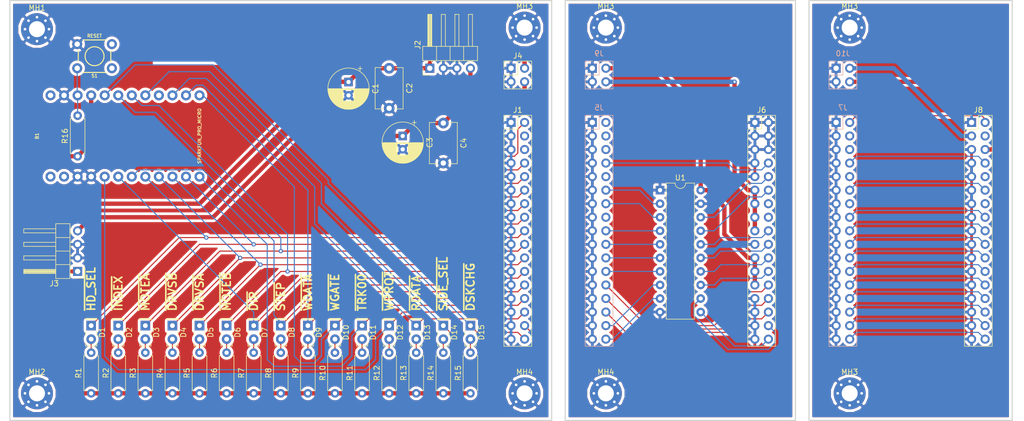
<source format=kicad_pcb>
(kicad_pcb (version 20171130) (host pcbnew "(5.0.0)")
  (layers (0 F.Cu signal) (31 B.Cu signal) (34 B.Paste user) (35 F.Paste user) (36 B.SilkS user) (37 F.SilkS user) (38 B.Mask user) (39 F.Mask user) (44 Edge.Cuts user))
  (net 0 "")
  (net 1 GND)
  (net 2 +5V)
  (net 3 +12V)
  (net 4 VCC)
  (net 5 "Net-(B1-Pad22)")
  (net 6 ~INDEX)
  (net 7 ~WPROT)
  (net 8 ~RDATA)
  (net 9 ~WGATE)
  (net 10 ~WDATA)
  (net 11 ~STEP)
  (net 12 ~DIR)
  (net 13 ~HD_SEL)
  (net 14 ~DRVSB)
  (net 15 ~DRVSA)
  (net 16 ~MOTEB)
  (net 17 ~TRK00)
  (net 18 ~DSKCHG)
  (net 19 ~SIDE_SEL)
  (net 20 ~MOTEA)
  (net 21 "Net-(D10-Pad2)")
  (net 22 "Net-(D5-Pad2)")
  (net 23 "Net-(D11-Pad2)")
  (net 24 "Net-(D12-Pad2)")
  (net 25 "Net-(D8-Pad2)")
  (net 26 "Net-(D7-Pad2)")
  (net 27 "Net-(D6-Pad2)")
  (net 28 "Net-(D3-Pad2)")
  (net 29 "Net-(D2-Pad2)")
  (net 30 "Net-(D1-Pad2)")
  (net 31 "Net-(D13-Pad2)")
  (net 32 "Net-(D15-Pad2)")
  (net 33 "Net-(D14-Pad2)")
  (net 34 "Net-(D4-Pad2)")
  (net 35 "Net-(J6-Pad20)")
  (net 36 "Net-(J6-Pad22)")
  (net 37 "Net-(J6-Pad18)")
  (net 38 "Net-(J6-Pad24)")
  (net 39 "Net-(J6-Pad12)")
  (net 40 "Net-(J6-Pad32)")
  (net 41 "Net-(J6-Pad10)")
  (net 42 "Net-(J6-Pad34)")
  (net 43 /adapters/~LATEo)
  (net 44 /adapters/~DRVSAo)
  (net 45 /adapters/~SIDE_SELo)
  (net 46 /adapters/~DRVSBo)
  (net 47 /adapters/~WGATEo)
  (net 48 /adapters/~DIRo)
  (net 49 /adapters/~WDATAo)
  (net 50 /adapters/~STEPo)
  (net 51 /adapters/~HD_SELp)
  (net 52 /adapters/~INDEXp)
  (net 53 /adapters/~DRVSBp)
  (net 54 /adapters/~MOTEBp)
  (net 55 /adapters/~DIRp)
  (net 56 /adapters/~STEPp)
  (net 57 /adapters/~WDATAp)
  (net 58 /adapters/~WGATEp)
  (net 59 /adapters/~TRK00p)
  (net 60 /adapters/~WPROTp)
  (net 61 /adapters/~RDATAp)
  (net 62 /adapters/~SIDE_SELp)
  (net 63 /adapters/~DSKCHGp)
  (net 64 /adapters/~RDATAo)
  (net 65 /adapters/~WPROTo)
  (net 66 /adapters/~TRK00o)
  (net 67 /adapters/~INDEXo)
  (net 68 /lWDATA)
  (module Mounting_Holes:MountingHole_3mm_Pad_Via (layer F.Cu) (at 190.5 104.14)
    (fp_text reference MH3 (at 0 -4) (layer F.SilkS))
    (fp_text value MountingHole_Pad)
    (pad 1 thru_hole circle (at 0 0) (size 6 6) (drill 3) (layers *.Cu *.Mask) (net 1 GND))
    (pad 1 thru_hole circle (at 2.25 0) (size 0.8 0.8) (drill 0.5) (layers *.Cu *.Mask) (net 1 GND))
    (pad 1 thru_hole circle (at 1.59099 1.59099) (size 0.8 0.8) (drill 0.5) (layers *.Cu *.Mask) (net 1 GND))
    (pad 1 thru_hole circle (at 0 2.25) (size 0.8 0.8) (drill 0.5) (layers *.Cu *.Mask) (net 1 GND))
    (pad 1 thru_hole circle (at -1.59099 1.59099) (size 0.8 0.8) (drill 0.5) (layers *.Cu *.Mask) (net 1 GND))
    (pad 1 thru_hole circle (at -2.25 0) (size 0.8 0.8) (drill 0.5) (layers *.Cu *.Mask) (net 1 GND))
    (pad 1 thru_hole circle (at -1.59099 -1.59099) (size 0.8 0.8) (drill 0.5) (layers *.Cu *.Mask) (net 1 GND))
    (pad 1 thru_hole circle (at 0 -2.25) (size 0.8 0.8) (drill 0.5) (layers *.Cu *.Mask) (net 1 GND))
    (pad 1 thru_hole circle (at 1.59099 -1.59099) (size 0.8 0.8) (drill 0.5) (layers *.Cu *.Mask) (net 1 GND))
  )
  (module Mounting_Holes:MountingHole_3mm_Pad_Via (layer F.Cu) (at 190.5 35.56)
    (fp_text reference MH3 (at 0 -4) (layer F.SilkS))
    (fp_text value MountingHole_Pad)
    (pad 1 thru_hole circle (at 1.59099 -1.59099) (size 0.8 0.8) (drill 0.5) (layers *.Cu *.Mask) (net 1 GND))
    (pad 1 thru_hole circle (at 0 -2.25) (size 0.8 0.8) (drill 0.5) (layers *.Cu *.Mask) (net 1 GND))
    (pad 1 thru_hole circle (at -1.59099 -1.59099) (size 0.8 0.8) (drill 0.5) (layers *.Cu *.Mask) (net 1 GND))
    (pad 1 thru_hole circle (at -2.25 0) (size 0.8 0.8) (drill 0.5) (layers *.Cu *.Mask) (net 1 GND))
    (pad 1 thru_hole circle (at -1.59099 1.59099) (size 0.8 0.8) (drill 0.5) (layers *.Cu *.Mask) (net 1 GND))
    (pad 1 thru_hole circle (at 0 2.25) (size 0.8 0.8) (drill 0.5) (layers *.Cu *.Mask) (net 1 GND))
    (pad 1 thru_hole circle (at 1.59099 1.59099) (size 0.8 0.8) (drill 0.5) (layers *.Cu *.Mask) (net 1 GND))
    (pad 1 thru_hole circle (at 2.25 0) (size 0.8 0.8) (drill 0.5) (layers *.Cu *.Mask) (net 1 GND))
    (pad 1 thru_hole circle (at 0 0) (size 6 6) (drill 3) (layers *.Cu *.Mask) (net 1 GND))
  )
  (module Mounting_Holes:MountingHole_3mm_Pad_Via (layer F.Cu) (at 144.78 35.56)
    (fp_text reference MH3 (at 0 -4) (layer F.SilkS))
    (fp_text value MountingHole_Pad)
    (pad 1 thru_hole circle (at 0 0) (size 6 6) (drill 3) (layers *.Cu *.Mask) (net 1 GND))
    (pad 1 thru_hole circle (at 2.25 0) (size 0.8 0.8) (drill 0.5) (layers *.Cu *.Mask) (net 1 GND))
    (pad 1 thru_hole circle (at 1.59099 1.59099) (size 0.8 0.8) (drill 0.5) (layers *.Cu *.Mask) (net 1 GND))
    (pad 1 thru_hole circle (at 0 2.25) (size 0.8 0.8) (drill 0.5) (layers *.Cu *.Mask) (net 1 GND))
    (pad 1 thru_hole circle (at -1.59099 1.59099) (size 0.8 0.8) (drill 0.5) (layers *.Cu *.Mask) (net 1 GND))
    (pad 1 thru_hole circle (at -2.25 0) (size 0.8 0.8) (drill 0.5) (layers *.Cu *.Mask) (net 1 GND))
    (pad 1 thru_hole circle (at -1.59099 -1.59099) (size 0.8 0.8) (drill 0.5) (layers *.Cu *.Mask) (net 1 GND))
    (pad 1 thru_hole circle (at 0 -2.25) (size 0.8 0.8) (drill 0.5) (layers *.Cu *.Mask) (net 1 GND))
    (pad 1 thru_hole circle (at 1.59099 -1.59099) (size 0.8 0.8) (drill 0.5) (layers *.Cu *.Mask) (net 1 GND))
  )
  (module Mounting_Holes:MountingHole_3mm_Pad_Via (layer F.Cu) (at 144.78 104.14)
    (fp_text reference MH4 (at 0 -4) (layer F.SilkS))
    (fp_text value MountingHole_Pad)
    (pad 1 thru_hole circle (at 1.59099 -1.59099) (size 0.8 0.8) (drill 0.5) (layers *.Cu *.Mask) (net 1 GND))
    (pad 1 thru_hole circle (at 0 -2.25) (size 0.8 0.8) (drill 0.5) (layers *.Cu *.Mask) (net 1 GND))
    (pad 1 thru_hole circle (at -1.59099 -1.59099) (size 0.8 0.8) (drill 0.5) (layers *.Cu *.Mask) (net 1 GND))
    (pad 1 thru_hole circle (at -2.25 0) (size 0.8 0.8) (drill 0.5) (layers *.Cu *.Mask) (net 1 GND))
    (pad 1 thru_hole circle (at -1.59099 1.59099) (size 0.8 0.8) (drill 0.5) (layers *.Cu *.Mask) (net 1 GND))
    (pad 1 thru_hole circle (at 0 2.25) (size 0.8 0.8) (drill 0.5) (layers *.Cu *.Mask) (net 1 GND))
    (pad 1 thru_hole circle (at 1.59099 1.59099) (size 0.8 0.8) (drill 0.5) (layers *.Cu *.Mask) (net 1 GND))
    (pad 1 thru_hole circle (at 2.25 0) (size 0.8 0.8) (drill 0.5) (layers *.Cu *.Mask) (net 1 GND))
    (pad 1 thru_hole circle (at 0 0) (size 6 6) (drill 3) (layers *.Cu *.Mask) (net 1 GND))
  )
  (module Connector_PinSocket_2.54mm:PinSocket_2x02_P2.54mm_Vertical (layer B.Cu) (at 142.24 43.18 180)
    (fp_text reference J9 (at -1.27 2.77 180) (layer B.SilkS) (effects (justify mirror)))
    (fp_text value Conn_02x02_Odd_Even)
    (pad 4 thru_hole oval (at -2.54 -2.54 180) (size 1.7 1.7) (drill 1) (layers *.Cu *.Mask) (net 3 +12V))
    (pad 3 thru_hole oval (at 0 -2.54 180) (size 1.7 1.7) (drill 1) (layers *.Cu *.Mask) (net 1 GND))
    (pad 2 thru_hole oval (at -2.54 0 180) (size 1.7 1.7) (drill 1) (layers *.Cu *.Mask) (net 2 +5V))
    (pad 1 thru_hole rect (at 0 0 180) (size 1.7 1.7) (drill 1) (layers *.Cu *.Mask) (net 1 GND))
  )
  (module Connector_PinSocket_2.54mm:PinSocket_2x02_P2.54mm_Vertical (layer B.Cu) (at 187.96 43.18 180)
    (fp_text reference J10 (at -1.27 2.77 180) (layer B.SilkS) (effects (justify mirror)))
    (fp_text value Conn_02x02_Odd_Even)
    (pad 1 thru_hole rect (at 0 0 180) (size 1.7 1.7) (drill 1) (layers *.Cu *.Mask) (net 1 GND))
    (pad 2 thru_hole oval (at -2.54 0 180) (size 1.7 1.7) (drill 1) (layers *.Cu *.Mask) (net 2 +5V))
    (pad 3 thru_hole oval (at 0 -2.54 180) (size 1.7 1.7) (drill 1) (layers *.Cu *.Mask) (net 1 GND))
    (pad 4 thru_hole oval (at -2.54 -2.54 180) (size 1.7 1.7) (drill 1) (layers *.Cu *.Mask) (net 3 +12V))
  )
  (module Connector_PinHeader_2.54mm:PinHeader_2x17_P2.54mm_Vertical (layer F.Cu) (at 172.72 53.34)
    (fp_text reference J6 (at 1.27 -2.33) (layer F.SilkS))
    (fp_text value Conn_02x17_Odd_Even)
    (pad 34 thru_hole oval (at 2.54 40.64) (size 1.7 1.7) (drill 1) (layers *.Cu *.Mask) (net 42 "Net-(J6-Pad34)"))
    (pad 33 thru_hole oval (at 0 40.64) (size 1.7 1.7) (drill 1) (layers *.Cu *.Mask) (net 1 GND))
    (pad 32 thru_hole oval (at 2.54 38.1) (size 1.7 1.7) (drill 1) (layers *.Cu *.Mask) (net 40 "Net-(J6-Pad32)"))
    (pad 31 thru_hole oval (at 0 38.1) (size 1.7 1.7) (drill 1) (layers *.Cu *.Mask) (net 1 GND))
    (pad 30 thru_hole oval (at 2.54 35.56) (size 1.7 1.7) (drill 1) (layers *.Cu *.Mask) (net 64 /adapters/~RDATAo))
    (pad 29 thru_hole oval (at 0 35.56) (size 1.7 1.7) (drill 1) (layers *.Cu *.Mask) (net 1 GND))
    (pad 28 thru_hole oval (at 2.54 33.02) (size 1.7 1.7) (drill 1) (layers *.Cu *.Mask) (net 65 /adapters/~WPROTo))
    (pad 27 thru_hole oval (at 0 33.02) (size 1.7 1.7) (drill 1) (layers *.Cu *.Mask) (net 1 GND))
    (pad 26 thru_hole oval (at 2.54 30.48) (size 1.7 1.7) (drill 1) (layers *.Cu *.Mask) (net 66 /adapters/~TRK00o))
    (pad 25 thru_hole oval (at 0 30.48) (size 1.7 1.7) (drill 1) (layers *.Cu *.Mask) (net 2 +5V))
    (pad 24 thru_hole oval (at 2.54 27.94) (size 1.7 1.7) (drill 1) (layers *.Cu *.Mask) (net 38 "Net-(J6-Pad24)"))
    (pad 23 thru_hole oval (at 0 27.94) (size 1.7 1.7) (drill 1) (layers *.Cu *.Mask) (net 2 +5V))
    (pad 22 thru_hole oval (at 2.54 25.4) (size 1.7 1.7) (drill 1) (layers *.Cu *.Mask) (net 36 "Net-(J6-Pad22)"))
    (pad 21 thru_hole oval (at 0 25.4) (size 1.7 1.7) (drill 1) (layers *.Cu *.Mask) (net 2 +5V))
    (pad 20 thru_hole oval (at 2.54 22.86) (size 1.7 1.7) (drill 1) (layers *.Cu *.Mask) (net 35 "Net-(J6-Pad20)"))
    (pad 19 thru_hole oval (at 0 22.86) (size 1.7 1.7) (drill 1) (layers *.Cu *.Mask) (net 1 GND))
    (pad 18 thru_hole oval (at 2.54 20.32) (size 1.7 1.7) (drill 1) (layers *.Cu *.Mask) (net 37 "Net-(J6-Pad18)"))
    (pad 17 thru_hole oval (at 0 20.32) (size 1.7 1.7) (drill 1) (layers *.Cu *.Mask) (net 3 +12V))
    (pad 16 thru_hole oval (at 2.54 17.78) (size 1.7 1.7) (drill 1) (layers *.Cu *.Mask))
    (pad 15 thru_hole oval (at 0 17.78) (size 1.7 1.7) (drill 1) (layers *.Cu *.Mask) (net 3 +12V))
    (pad 14 thru_hole oval (at 2.54 15.24) (size 1.7 1.7) (drill 1) (layers *.Cu *.Mask))
    (pad 13 thru_hole oval (at 0 15.24) (size 1.7 1.7) (drill 1) (layers *.Cu *.Mask) (net 3 +12V))
    (pad 12 thru_hole oval (at 2.54 12.7) (size 1.7 1.7) (drill 1) (layers *.Cu *.Mask) (net 39 "Net-(J6-Pad12)"))
    (pad 11 thru_hole oval (at 0 12.7) (size 1.7 1.7) (drill 1) (layers *.Cu *.Mask) (net 3 +12V))
    (pad 10 thru_hole oval (at 2.54 10.16) (size 1.7 1.7) (drill 1) (layers *.Cu *.Mask) (net 41 "Net-(J6-Pad10)"))
    (pad 9 thru_hole oval (at 0 10.16) (size 1.7 1.7) (drill 1) (layers *.Cu *.Mask) (net 1 GND))
    (pad 8 thru_hole oval (at 2.54 7.62) (size 1.7 1.7) (drill 1) (layers *.Cu *.Mask) (net 67 /adapters/~INDEXo))
    (pad 7 thru_hole oval (at 0 7.62) (size 1.7 1.7) (drill 1) (layers *.Cu *.Mask) (net 1 GND))
    (pad 6 thru_hole oval (at 2.54 5.08) (size 1.7 1.7) (drill 1) (layers *.Cu *.Mask) (net 1 GND))
    (pad 5 thru_hole oval (at 0 5.08) (size 1.7 1.7) (drill 1) (layers *.Cu *.Mask) (net 1 GND))
    (pad 4 thru_hole oval (at 2.54 2.54) (size 1.7 1.7) (drill 1) (layers *.Cu *.Mask) (net 1 GND))
    (pad 3 thru_hole oval (at 0 2.54) (size 1.7 1.7) (drill 1) (layers *.Cu *.Mask) (net 1 GND))
    (pad 2 thru_hole oval (at 2.54 0) (size 1.7 1.7) (drill 1) (layers *.Cu *.Mask) (net 1 GND))
    (pad 1 thru_hole rect (at 0 0) (size 1.7 1.7) (drill 1) (layers *.Cu *.Mask) (net 1 GND))
  )
  (module Connector_PinHeader_2.54mm:PinHeader_2x17_P2.54mm_Vertical (layer F.Cu) (at 213.36 53.34)
    (fp_text reference J8 (at 1.27 -2.33) (layer F.SilkS))
    (fp_text value Conn_02x17_Odd_Even)
    (pad 1 thru_hole rect (at 0 0) (size 1.7 1.7) (drill 1) (layers *.Cu *.Mask) (net 1 GND))
    (pad 2 thru_hole oval (at 2.54 0) (size 1.7 1.7) (drill 1) (layers *.Cu *.Mask) (net 51 /adapters/~HD_SELp))
    (pad 3 thru_hole oval (at 0 2.54) (size 1.7 1.7) (drill 1) (layers *.Cu *.Mask) (net 2 +5V))
    (pad 4 thru_hole oval (at 2.54 2.54) (size 1.7 1.7) (drill 1) (layers *.Cu *.Mask))
    (pad 5 thru_hole oval (at 0 5.08) (size 1.7 1.7) (drill 1) (layers *.Cu *.Mask) (net 1 GND))
    (pad 6 thru_hole oval (at 2.54 5.08) (size 1.7 1.7) (drill 1) (layers *.Cu *.Mask) (net 3 +12V))
    (pad 7 thru_hole oval (at 0 7.62) (size 1.7 1.7) (drill 1) (layers *.Cu *.Mask) (net 1 GND))
    (pad 8 thru_hole oval (at 2.54 7.62) (size 1.7 1.7) (drill 1) (layers *.Cu *.Mask) (net 52 /adapters/~INDEXp))
    (pad 9 thru_hole oval (at 0 10.16) (size 1.7 1.7) (drill 1) (layers *.Cu *.Mask) (net 1 GND))
    (pad 10 thru_hole oval (at 2.54 10.16) (size 1.7 1.7) (drill 1) (layers *.Cu *.Mask))
    (pad 11 thru_hole oval (at 0 12.7) (size 1.7 1.7) (drill 1) (layers *.Cu *.Mask) (net 1 GND))
    (pad 12 thru_hole oval (at 2.54 12.7) (size 1.7 1.7) (drill 1) (layers *.Cu *.Mask) (net 53 /adapters/~DRVSBp))
    (pad 13 thru_hole oval (at 0 15.24) (size 1.7 1.7) (drill 1) (layers *.Cu *.Mask) (net 1 GND))
    (pad 14 thru_hole oval (at 2.54 15.24) (size 1.7 1.7) (drill 1) (layers *.Cu *.Mask))
    (pad 15 thru_hole oval (at 0 17.78) (size 1.7 1.7) (drill 1) (layers *.Cu *.Mask) (net 1 GND))
    (pad 16 thru_hole oval (at 2.54 17.78) (size 1.7 1.7) (drill 1) (layers *.Cu *.Mask) (net 54 /adapters/~MOTEBp))
    (pad 17 thru_hole oval (at 0 20.32) (size 1.7 1.7) (drill 1) (layers *.Cu *.Mask) (net 1 GND))
    (pad 18 thru_hole oval (at 2.54 20.32) (size 1.7 1.7) (drill 1) (layers *.Cu *.Mask) (net 55 /adapters/~DIRp))
    (pad 19 thru_hole oval (at 0 22.86) (size 1.7 1.7) (drill 1) (layers *.Cu *.Mask) (net 1 GND))
    (pad 20 thru_hole oval (at 2.54 22.86) (size 1.7 1.7) (drill 1) (layers *.Cu *.Mask) (net 56 /adapters/~STEPp))
    (pad 21 thru_hole oval (at 0 25.4) (size 1.7 1.7) (drill 1) (layers *.Cu *.Mask) (net 1 GND))
    (pad 22 thru_hole oval (at 2.54 25.4) (size 1.7 1.7) (drill 1) (layers *.Cu *.Mask) (net 57 /adapters/~WDATAp))
    (pad 23 thru_hole oval (at 0 27.94) (size 1.7 1.7) (drill 1) (layers *.Cu *.Mask) (net 1 GND))
    (pad 24 thru_hole oval (at 2.54 27.94) (size 1.7 1.7) (drill 1) (layers *.Cu *.Mask) (net 58 /adapters/~WGATEp))
    (pad 25 thru_hole oval (at 0 30.48) (size 1.7 1.7) (drill 1) (layers *.Cu *.Mask) (net 1 GND))
    (pad 26 thru_hole oval (at 2.54 30.48) (size 1.7 1.7) (drill 1) (layers *.Cu *.Mask) (net 59 /adapters/~TRK00p))
    (pad 27 thru_hole oval (at 0 33.02) (size 1.7 1.7) (drill 1) (layers *.Cu *.Mask) (net 1 GND))
    (pad 28 thru_hole oval (at 2.54 33.02) (size 1.7 1.7) (drill 1) (layers *.Cu *.Mask) (net 60 /adapters/~WPROTp))
    (pad 29 thru_hole oval (at 0 35.56) (size 1.7 1.7) (drill 1) (layers *.Cu *.Mask) (net 1 GND))
    (pad 30 thru_hole oval (at 2.54 35.56) (size 1.7 1.7) (drill 1) (layers *.Cu *.Mask) (net 61 /adapters/~RDATAp))
    (pad 31 thru_hole oval (at 0 38.1) (size 1.7 1.7) (drill 1) (layers *.Cu *.Mask) (net 1 GND))
    (pad 32 thru_hole oval (at 2.54 38.1) (size 1.7 1.7) (drill 1) (layers *.Cu *.Mask) (net 62 /adapters/~SIDE_SELp))
    (pad 33 thru_hole oval (at 0 40.64) (size 1.7 1.7) (drill 1) (layers *.Cu *.Mask) (net 1 GND))
    (pad 34 thru_hole oval (at 2.54 40.64) (size 1.7 1.7) (drill 1) (layers *.Cu *.Mask) (net 63 /adapters/~DSKCHGp))
  )
  (module Connector_PinSocket_2.54mm:PinSocket_2x17_P2.54mm_Vertical (layer B.Cu) (at 142.24 53.34 180)
    (fp_text reference J5 (at -1.27 2.77 180) (layer B.SilkS) (effects (justify mirror)))
    (fp_text value Conn_02x17_Odd_Even)
    (pad 34 thru_hole oval (at -2.54 -40.64 180) (size 1.7 1.7) (drill 1) (layers *.Cu *.Mask) (net 43 /adapters/~LATEo))
    (pad 33 thru_hole oval (at 0 -40.64 180) (size 1.7 1.7) (drill 1) (layers *.Cu *.Mask) (net 1 GND))
    (pad 32 thru_hole oval (at -2.54 -38.1 180) (size 1.7 1.7) (drill 1) (layers *.Cu *.Mask) (net 45 /adapters/~SIDE_SELo))
    (pad 31 thru_hole oval (at 0 -38.1 180) (size 1.7 1.7) (drill 1) (layers *.Cu *.Mask) (net 1 GND))
    (pad 30 thru_hole oval (at -2.54 -35.56 180) (size 1.7 1.7) (drill 1) (layers *.Cu *.Mask) (net 64 /adapters/~RDATAo))
    (pad 29 thru_hole oval (at 0 -35.56 180) (size 1.7 1.7) (drill 1) (layers *.Cu *.Mask) (net 1 GND))
    (pad 28 thru_hole oval (at -2.54 -33.02 180) (size 1.7 1.7) (drill 1) (layers *.Cu *.Mask) (net 65 /adapters/~WPROTo))
    (pad 27 thru_hole oval (at 0 -33.02 180) (size 1.7 1.7) (drill 1) (layers *.Cu *.Mask) (net 1 GND))
    (pad 26 thru_hole oval (at -2.54 -30.48 180) (size 1.7 1.7) (drill 1) (layers *.Cu *.Mask) (net 66 /adapters/~TRK00o))
    (pad 25 thru_hole oval (at 0 -30.48 180) (size 1.7 1.7) (drill 1) (layers *.Cu *.Mask) (net 1 GND))
    (pad 24 thru_hole oval (at -2.54 -27.94 180) (size 1.7 1.7) (drill 1) (layers *.Cu *.Mask) (net 47 /adapters/~WGATEo))
    (pad 23 thru_hole oval (at 0 -27.94 180) (size 1.7 1.7) (drill 1) (layers *.Cu *.Mask) (net 1 GND))
    (pad 22 thru_hole oval (at -2.54 -25.4 180) (size 1.7 1.7) (drill 1) (layers *.Cu *.Mask) (net 49 /adapters/~WDATAo))
    (pad 21 thru_hole oval (at 0 -25.4 180) (size 1.7 1.7) (drill 1) (layers *.Cu *.Mask) (net 1 GND))
    (pad 20 thru_hole oval (at -2.54 -22.86 180) (size 1.7 1.7) (drill 1) (layers *.Cu *.Mask) (net 50 /adapters/~STEPo))
    (pad 19 thru_hole oval (at 0 -22.86 180) (size 1.7 1.7) (drill 1) (layers *.Cu *.Mask) (net 1 GND))
    (pad 18 thru_hole oval (at -2.54 -20.32 180) (size 1.7 1.7) (drill 1) (layers *.Cu *.Mask) (net 48 /adapters/~DIRo))
    (pad 17 thru_hole oval (at 0 -20.32 180) (size 1.7 1.7) (drill 1) (layers *.Cu *.Mask) (net 1 GND))
    (pad 16 thru_hole oval (at -2.54 -17.78 180) (size 1.7 1.7) (drill 1) (layers *.Cu *.Mask))
    (pad 15 thru_hole oval (at 0 -17.78 180) (size 1.7 1.7) (drill 1) (layers *.Cu *.Mask) (net 1 GND))
    (pad 14 thru_hole oval (at -2.54 -15.24 180) (size 1.7 1.7) (drill 1) (layers *.Cu *.Mask) (net 44 /adapters/~DRVSAo))
    (pad 13 thru_hole oval (at 0 -15.24 180) (size 1.7 1.7) (drill 1) (layers *.Cu *.Mask) (net 1 GND))
    (pad 12 thru_hole oval (at -2.54 -12.7 180) (size 1.7 1.7) (drill 1) (layers *.Cu *.Mask) (net 46 /adapters/~DRVSBo))
    (pad 11 thru_hole oval (at 0 -12.7 180) (size 1.7 1.7) (drill 1) (layers *.Cu *.Mask) (net 1 GND))
    (pad 10 thru_hole oval (at -2.54 -10.16 180) (size 1.7 1.7) (drill 1) (layers *.Cu *.Mask))
    (pad 9 thru_hole oval (at 0 -10.16 180) (size 1.7 1.7) (drill 1) (layers *.Cu *.Mask) (net 1 GND))
    (pad 8 thru_hole oval (at -2.54 -7.62 180) (size 1.7 1.7) (drill 1) (layers *.Cu *.Mask) (net 67 /adapters/~INDEXo))
    (pad 7 thru_hole oval (at 0 -7.62 180) (size 1.7 1.7) (drill 1) (layers *.Cu *.Mask) (net 1 GND))
    (pad 6 thru_hole oval (at -2.54 -5.08 180) (size 1.7 1.7) (drill 1) (layers *.Cu *.Mask))
    (pad 5 thru_hole oval (at 0 -5.08 180) (size 1.7 1.7) (drill 1) (layers *.Cu *.Mask) (net 1 GND))
    (pad 4 thru_hole oval (at -2.54 -2.54 180) (size 1.7 1.7) (drill 1) (layers *.Cu *.Mask))
    (pad 3 thru_hole oval (at 0 -2.54 180) (size 1.7 1.7) (drill 1) (layers *.Cu *.Mask) (net 1 GND))
    (pad 2 thru_hole oval (at -2.54 0 180) (size 1.7 1.7) (drill 1) (layers *.Cu *.Mask))
    (pad 1 thru_hole rect (at 0 0 180) (size 1.7 1.7) (drill 1) (layers *.Cu *.Mask) (net 1 GND))
  )
  (module Connector_PinSocket_2.54mm:PinSocket_2x17_P2.54mm_Vertical (layer B.Cu) (at 187.96 53.34 180)
    (fp_text reference J7 (at -1.27 2.77 180) (layer B.SilkS) (effects (justify mirror)))
    (fp_text value Conn_02x17_Odd_Even)
    (pad 1 thru_hole rect (at 0 0 180) (size 1.7 1.7) (drill 1) (layers *.Cu *.Mask) (net 1 GND))
    (pad 2 thru_hole oval (at -2.54 0 180) (size 1.7 1.7) (drill 1) (layers *.Cu *.Mask) (net 51 /adapters/~HD_SELp))
    (pad 3 thru_hole oval (at 0 -2.54 180) (size 1.7 1.7) (drill 1) (layers *.Cu *.Mask) (net 1 GND))
    (pad 4 thru_hole oval (at -2.54 -2.54 180) (size 1.7 1.7) (drill 1) (layers *.Cu *.Mask))
    (pad 5 thru_hole oval (at 0 -5.08 180) (size 1.7 1.7) (drill 1) (layers *.Cu *.Mask) (net 1 GND))
    (pad 6 thru_hole oval (at -2.54 -5.08 180) (size 1.7 1.7) (drill 1) (layers *.Cu *.Mask))
    (pad 7 thru_hole oval (at 0 -7.62 180) (size 1.7 1.7) (drill 1) (layers *.Cu *.Mask) (net 1 GND))
    (pad 8 thru_hole oval (at -2.54 -7.62 180) (size 1.7 1.7) (drill 1) (layers *.Cu *.Mask) (net 52 /adapters/~INDEXp))
    (pad 9 thru_hole oval (at 0 -10.16 180) (size 1.7 1.7) (drill 1) (layers *.Cu *.Mask) (net 1 GND))
    (pad 10 thru_hole oval (at -2.54 -10.16 180) (size 1.7 1.7) (drill 1) (layers *.Cu *.Mask))
    (pad 11 thru_hole oval (at 0 -12.7 180) (size 1.7 1.7) (drill 1) (layers *.Cu *.Mask) (net 1 GND))
    (pad 12 thru_hole oval (at -2.54 -12.7 180) (size 1.7 1.7) (drill 1) (layers *.Cu *.Mask) (net 53 /adapters/~DRVSBp))
    (pad 13 thru_hole oval (at 0 -15.24 180) (size 1.7 1.7) (drill 1) (layers *.Cu *.Mask) (net 1 GND))
    (pad 14 thru_hole oval (at -2.54 -15.24 180) (size 1.7 1.7) (drill 1) (layers *.Cu *.Mask))
    (pad 15 thru_hole oval (at 0 -17.78 180) (size 1.7 1.7) (drill 1) (layers *.Cu *.Mask) (net 1 GND))
    (pad 16 thru_hole oval (at -2.54 -17.78 180) (size 1.7 1.7) (drill 1) (layers *.Cu *.Mask) (net 54 /adapters/~MOTEBp))
    (pad 17 thru_hole oval (at 0 -20.32 180) (size 1.7 1.7) (drill 1) (layers *.Cu *.Mask) (net 1 GND))
    (pad 18 thru_hole oval (at -2.54 -20.32 180) (size 1.7 1.7) (drill 1) (layers *.Cu *.Mask) (net 55 /adapters/~DIRp))
    (pad 19 thru_hole oval (at 0 -22.86 180) (size 1.7 1.7) (drill 1) (layers *.Cu *.Mask) (net 1 GND))
    (pad 20 thru_hole oval (at -2.54 -22.86 180) (size 1.7 1.7) (drill 1) (layers *.Cu *.Mask) (net 56 /adapters/~STEPp))
    (pad 21 thru_hole oval (at 0 -25.4 180) (size 1.7 1.7) (drill 1) (layers *.Cu *.Mask) (net 1 GND))
    (pad 22 thru_hole oval (at -2.54 -25.4 180) (size 1.7 1.7) (drill 1) (layers *.Cu *.Mask) (net 57 /adapters/~WDATAp))
    (pad 23 thru_hole oval (at 0 -27.94 180) (size 1.7 1.7) (drill 1) (layers *.Cu *.Mask) (net 1 GND))
    (pad 24 thru_hole oval (at -2.54 -27.94 180) (size 1.7 1.7) (drill 1) (layers *.Cu *.Mask) (net 58 /adapters/~WGATEp))
    (pad 25 thru_hole oval (at 0 -30.48 180) (size 1.7 1.7) (drill 1) (layers *.Cu *.Mask) (net 1 GND))
    (pad 26 thru_hole oval (at -2.54 -30.48 180) (size 1.7 1.7) (drill 1) (layers *.Cu *.Mask) (net 59 /adapters/~TRK00p))
    (pad 27 thru_hole oval (at 0 -33.02 180) (size 1.7 1.7) (drill 1) (layers *.Cu *.Mask) (net 1 GND))
    (pad 28 thru_hole oval (at -2.54 -33.02 180) (size 1.7 1.7) (drill 1) (layers *.Cu *.Mask) (net 60 /adapters/~WPROTp))
    (pad 29 thru_hole oval (at 0 -35.56 180) (size 1.7 1.7) (drill 1) (layers *.Cu *.Mask) (net 1 GND))
    (pad 30 thru_hole oval (at -2.54 -35.56 180) (size 1.7 1.7) (drill 1) (layers *.Cu *.Mask) (net 61 /adapters/~RDATAp))
    (pad 31 thru_hole oval (at 0 -38.1 180) (size 1.7 1.7) (drill 1) (layers *.Cu *.Mask) (net 1 GND))
    (pad 32 thru_hole oval (at -2.54 -38.1 180) (size 1.7 1.7) (drill 1) (layers *.Cu *.Mask) (net 62 /adapters/~SIDE_SELp))
    (pad 33 thru_hole oval (at 0 -40.64 180) (size 1.7 1.7) (drill 1) (layers *.Cu *.Mask) (net 1 GND))
    (pad 34 thru_hole oval (at -2.54 -40.64 180) (size 1.7 1.7) (drill 1) (layers *.Cu *.Mask) (net 63 /adapters/~DSKCHGp))
  )
  (module Package_DIP:DIP-20_W7.62mm (layer F.Cu) (at 154.94 66.04)
    (fp_text reference U1 (at 3.81 -2.33) (layer F.SilkS))
    (fp_text value 74LS541)
    (pad 1 thru_hole rect (at 0 0) (size 1.6 1.6) (drill 0.8) (layers *.Cu *.Mask) (net 1 GND))
    (pad 11 thru_hole oval (at 7.62 22.86) (size 1.6 1.6) (drill 0.8) (layers *.Cu *.Mask) (net 42 "Net-(J6-Pad34)"))
    (pad 2 thru_hole oval (at 0 2.54) (size 1.6 1.6) (drill 0.8) (layers *.Cu *.Mask) (net 46 /adapters/~DRVSBo))
    (pad 12 thru_hole oval (at 7.62 20.32) (size 1.6 1.6) (drill 0.8) (layers *.Cu *.Mask) (net 40 "Net-(J6-Pad32)"))
    (pad 3 thru_hole oval (at 0 5.08) (size 1.6 1.6) (drill 0.8) (layers *.Cu *.Mask) (net 44 /adapters/~DRVSAo))
    (pad 13 thru_hole oval (at 7.62 17.78) (size 1.6 1.6) (drill 0.8) (layers *.Cu *.Mask) (net 38 "Net-(J6-Pad24)"))
    (pad 4 thru_hole oval (at 0 7.62) (size 1.6 1.6) (drill 0.8) (layers *.Cu *.Mask) (net 48 /adapters/~DIRo))
    (pad 14 thru_hole oval (at 7.62 15.24) (size 1.6 1.6) (drill 0.8) (layers *.Cu *.Mask) (net 36 "Net-(J6-Pad22)"))
    (pad 5 thru_hole oval (at 0 10.16) (size 1.6 1.6) (drill 0.8) (layers *.Cu *.Mask) (net 50 /adapters/~STEPo))
    (pad 15 thru_hole oval (at 7.62 12.7) (size 1.6 1.6) (drill 0.8) (layers *.Cu *.Mask) (net 35 "Net-(J6-Pad20)"))
    (pad 6 thru_hole oval (at 0 12.7) (size 1.6 1.6) (drill 0.8) (layers *.Cu *.Mask) (net 49 /adapters/~WDATAo))
    (pad 16 thru_hole oval (at 7.62 10.16) (size 1.6 1.6) (drill 0.8) (layers *.Cu *.Mask) (net 37 "Net-(J6-Pad18)"))
    (pad 7 thru_hole oval (at 0 15.24) (size 1.6 1.6) (drill 0.8) (layers *.Cu *.Mask) (net 47 /adapters/~WGATEo))
    (pad 17 thru_hole oval (at 7.62 7.62) (size 1.6 1.6) (drill 0.8) (layers *.Cu *.Mask) (net 39 "Net-(J6-Pad12)"))
    (pad 8 thru_hole oval (at 0 17.78) (size 1.6 1.6) (drill 0.8) (layers *.Cu *.Mask) (net 45 /adapters/~SIDE_SELo))
    (pad 18 thru_hole oval (at 7.62 5.08) (size 1.6 1.6) (drill 0.8) (layers *.Cu *.Mask) (net 41 "Net-(J6-Pad10)"))
    (pad 9 thru_hole oval (at 0 20.32) (size 1.6 1.6) (drill 0.8) (layers *.Cu *.Mask) (net 43 /adapters/~LATEo))
    (pad 19 thru_hole oval (at 7.62 2.54) (size 1.6 1.6) (drill 0.8) (layers *.Cu *.Mask) (net 1 GND))
    (pad 10 thru_hole oval (at 0 22.86) (size 1.6 1.6) (drill 0.8) (layers *.Cu *.Mask) (net 1 GND))
    (pad 20 thru_hole oval (at 7.62 0) (size 1.6 1.6) (drill 0.8) (layers *.Cu *.Mask) (net 2 +5V))
  )
  (module Connector_PinHeader_2.54mm:PinHeader_2x02_P2.54mm_Vertical (layer F.Cu) (at 127 43.18)
    (fp_text reference J4 (at 1.27 -2.33) (layer F.SilkS))
    (fp_text value Conn_02x02_Odd_Even)
    (pad 1 thru_hole rect (at 0 0) (size 1.7 1.7) (drill 1) (layers *.Cu *.Mask) (net 1 GND))
    (pad 2 thru_hole oval (at 2.54 0) (size 1.7 1.7) (drill 1) (layers *.Cu *.Mask) (net 2 +5V))
    (pad 3 thru_hole oval (at 0 2.54) (size 1.7 1.7) (drill 1) (layers *.Cu *.Mask) (net 1 GND))
    (pad 4 thru_hole oval (at 2.54 2.54) (size 1.7 1.7) (drill 1) (layers *.Cu *.Mask) (net 3 +12V))
  )
  (module Mounting_Holes:MountingHole_3mm_Pad_Via (layer F.Cu) (at 38.1 35.85)
    (fp_text reference MH1 (at 0 -4) (layer F.SilkS))
    (fp_text value MountingHole_Pad)
    (pad 1 thru_hole circle (at 1.59099 -1.59099) (size 0.8 0.8) (drill 0.5) (layers *.Cu *.Mask) (net 1 GND))
    (pad 1 thru_hole circle (at 0 -2.25) (size 0.8 0.8) (drill 0.5) (layers *.Cu *.Mask) (net 1 GND))
    (pad 1 thru_hole circle (at -1.59099 -1.59099) (size 0.8 0.8) (drill 0.5) (layers *.Cu *.Mask) (net 1 GND))
    (pad 1 thru_hole circle (at -2.25 0) (size 0.8 0.8) (drill 0.5) (layers *.Cu *.Mask) (net 1 GND))
    (pad 1 thru_hole circle (at -1.59099 1.59099) (size 0.8 0.8) (drill 0.5) (layers *.Cu *.Mask) (net 1 GND))
    (pad 1 thru_hole circle (at 0 2.25) (size 0.8 0.8) (drill 0.5) (layers *.Cu *.Mask) (net 1 GND))
    (pad 1 thru_hole circle (at 1.59099 1.59099) (size 0.8 0.8) (drill 0.5) (layers *.Cu *.Mask) (net 1 GND))
    (pad 1 thru_hole circle (at 2.25 0) (size 0.8 0.8) (drill 0.5) (layers *.Cu *.Mask) (net 1 GND))
    (pad 1 thru_hole circle (at 0 0) (size 6 6) (drill 3) (layers *.Cu *.Mask) (net 1 GND))
  )
  (module Mounting_Holes:MountingHole_3mm_Pad_Via (layer F.Cu) (at 38.1 104.14)
    (fp_text reference MH2 (at 0 -4) (layer F.SilkS))
    (fp_text value MountingHole_Pad)
    (pad 1 thru_hole circle (at 0 0) (size 6 6) (drill 3) (layers *.Cu *.Mask) (net 1 GND))
    (pad 1 thru_hole circle (at 2.25 0) (size 0.8 0.8) (drill 0.5) (layers *.Cu *.Mask) (net 1 GND))
    (pad 1 thru_hole circle (at 1.59099 1.59099) (size 0.8 0.8) (drill 0.5) (layers *.Cu *.Mask) (net 1 GND))
    (pad 1 thru_hole circle (at 0 2.25) (size 0.8 0.8) (drill 0.5) (layers *.Cu *.Mask) (net 1 GND))
    (pad 1 thru_hole circle (at -1.59099 1.59099) (size 0.8 0.8) (drill 0.5) (layers *.Cu *.Mask) (net 1 GND))
    (pad 1 thru_hole circle (at -2.25 0) (size 0.8 0.8) (drill 0.5) (layers *.Cu *.Mask) (net 1 GND))
    (pad 1 thru_hole circle (at -1.59099 -1.59099) (size 0.8 0.8) (drill 0.5) (layers *.Cu *.Mask) (net 1 GND))
    (pad 1 thru_hole circle (at 0 -2.25) (size 0.8 0.8) (drill 0.5) (layers *.Cu *.Mask) (net 1 GND))
    (pad 1 thru_hole circle (at 1.59099 -1.59099) (size 0.8 0.8) (drill 0.5) (layers *.Cu *.Mask) (net 1 GND))
  )
  (module Mounting_Holes:MountingHole_3mm_Pad_Via (layer F.Cu) (at 129.54 35.56)
    (fp_text reference MH3 (at 0 -4) (layer F.SilkS))
    (fp_text value MountingHole_Pad)
    (pad 1 thru_hole circle (at 1.59099 -1.59099) (size 0.8 0.8) (drill 0.5) (layers *.Cu *.Mask) (net 1 GND))
    (pad 1 thru_hole circle (at 0 -2.25) (size 0.8 0.8) (drill 0.5) (layers *.Cu *.Mask) (net 1 GND))
    (pad 1 thru_hole circle (at -1.59099 -1.59099) (size 0.8 0.8) (drill 0.5) (layers *.Cu *.Mask) (net 1 GND))
    (pad 1 thru_hole circle (at -2.25 0) (size 0.8 0.8) (drill 0.5) (layers *.Cu *.Mask) (net 1 GND))
    (pad 1 thru_hole circle (at -1.59099 1.59099) (size 0.8 0.8) (drill 0.5) (layers *.Cu *.Mask) (net 1 GND))
    (pad 1 thru_hole circle (at 0 2.25) (size 0.8 0.8) (drill 0.5) (layers *.Cu *.Mask) (net 1 GND))
    (pad 1 thru_hole circle (at 1.59099 1.59099) (size 0.8 0.8) (drill 0.5) (layers *.Cu *.Mask) (net 1 GND))
    (pad 1 thru_hole circle (at 2.25 0) (size 0.8 0.8) (drill 0.5) (layers *.Cu *.Mask) (net 1 GND))
    (pad 1 thru_hole circle (at 0 0) (size 6 6) (drill 3) (layers *.Cu *.Mask) (net 1 GND))
  )
  (module Mounting_Holes:MountingHole_3mm_Pad_Via (layer F.Cu) (at 129.54 104.14)
    (fp_text reference MH4 (at 0 -4) (layer F.SilkS))
    (fp_text value MountingHole_Pad)
    (pad 1 thru_hole circle (at 0 0) (size 6 6) (drill 3) (layers *.Cu *.Mask) (net 1 GND))
    (pad 1 thru_hole circle (at 2.25 0) (size 0.8 0.8) (drill 0.5) (layers *.Cu *.Mask) (net 1 GND))
    (pad 1 thru_hole circle (at 1.59099 1.59099) (size 0.8 0.8) (drill 0.5) (layers *.Cu *.Mask) (net 1 GND))
    (pad 1 thru_hole circle (at 0 2.25) (size 0.8 0.8) (drill 0.5) (layers *.Cu *.Mask) (net 1 GND))
    (pad 1 thru_hole circle (at -1.59099 1.59099) (size 0.8 0.8) (drill 0.5) (layers *.Cu *.Mask) (net 1 GND))
    (pad 1 thru_hole circle (at -2.25 0) (size 0.8 0.8) (drill 0.5) (layers *.Cu *.Mask) (net 1 GND))
    (pad 1 thru_hole circle (at -1.59099 -1.59099) (size 0.8 0.8) (drill 0.5) (layers *.Cu *.Mask) (net 1 GND))
    (pad 1 thru_hole circle (at 0 -2.25) (size 0.8 0.8) (drill 0.5) (layers *.Cu *.Mask) (net 1 GND))
    (pad 1 thru_hole circle (at 1.59099 -1.59099) (size 0.8 0.8) (drill 0.5) (layers *.Cu *.Mask) (net 1 GND))
  )
  (module SparkFun-Boards:SPARKFUN_PRO_MICRO (layer F.Cu) (at 53.34 55.88 90)
    (fp_text reference B1 (at 0 -15.24 90) (layer F.SilkS) (effects (font (size 0.6096 0.6096) (thickness 0.127))))
    (fp_text value SPARKFUN_PRO_MICRO (at 0 15.24 90) (layer F.SilkS) (effects (font (size 0.6096 0.6096) (thickness 0.127))))
    (pad 1 thru_hole circle (at -7.62 -12.7 90) (size 1.8796 1.8796) (drill 1.016) (layers *.Cu *.Mask))
    (pad 2 thru_hole circle (at -7.62 -10.16 90) (size 1.8796 1.8796) (drill 1.016) (layers *.Cu *.Mask))
    (pad 3 thru_hole circle (at -7.62 -7.62 90) (size 1.8796 1.8796) (drill 1.016) (layers *.Cu *.Mask) (net 1 GND))
    (pad 4 thru_hole circle (at -7.62 -5.08 90) (size 1.8796 1.8796) (drill 1.016) (layers *.Cu *.Mask) (net 1 GND))
    (pad 5 thru_hole circle (at -7.62 -2.54 90) (size 1.8796 1.8796) (drill 1.016) (layers *.Cu *.Mask) (net 7 ~WPROT))
    (pad 6 thru_hole circle (at -7.62 0 90) (size 1.8796 1.8796) (drill 1.016) (layers *.Cu *.Mask) (net 12 ~DIR))
    (pad 7 thru_hole circle (at -7.62 2.54 90) (size 1.8796 1.8796) (drill 1.016) (layers *.Cu *.Mask) (net 11 ~STEP))
    (pad 8 thru_hole circle (at -7.62 5.08 90) (size 1.8796 1.8796) (drill 1.016) (layers *.Cu *.Mask) (net 13 ~HD_SEL))
    (pad 9 thru_hole circle (at -7.62 7.62 90) (size 1.8796 1.8796) (drill 1.016) (layers *.Cu *.Mask) (net 14 ~DRVSB))
    (pad 10 thru_hole circle (at -7.62 10.16 90) (size 1.8796 1.8796) (drill 1.016) (layers *.Cu *.Mask) (net 15 ~DRVSA))
    (pad 11 thru_hole circle (at -7.62 12.7 90) (size 1.8796 1.8796) (drill 1.016) (layers *.Cu *.Mask) (net 6 ~INDEX))
    (pad 12 thru_hole circle (at -7.62 15.24 90) (size 1.8796 1.8796) (drill 1.016) (layers *.Cu *.Mask) (net 17 ~TRK00))
    (pad 13 thru_hole circle (at 7.62 15.24 90) (size 1.8796 1.8796) (drill 1.016) (layers *.Cu *.Mask) (net 9 ~WGATE))
    (pad 14 thru_hole circle (at 7.62 12.7 90) (size 1.8796 1.8796) (drill 1.016) (layers *.Cu *.Mask) (net 10 ~WDATA))
    (pad 15 thru_hole circle (at 7.62 10.16 90) (size 1.8796 1.8796) (drill 1.016) (layers *.Cu *.Mask) (net 8 ~RDATA))
    (pad 16 thru_hole circle (at 7.62 7.62 90) (size 1.8796 1.8796) (drill 1.016) (layers *.Cu *.Mask))
    (pad 17 thru_hole circle (at 7.62 5.08 90) (size 1.8796 1.8796) (drill 1.016) (layers *.Cu *.Mask) (net 19 ~SIDE_SEL))
    (pad 18 thru_hole circle (at 7.62 2.54 90) (size 1.8796 1.8796) (drill 1.016) (layers *.Cu *.Mask) (net 16 ~MOTEB))
    (pad 19 thru_hole circle (at 7.62 0 90) (size 1.8796 1.8796) (drill 1.016) (layers *.Cu *.Mask) (net 20 ~MOTEA))
    (pad 20 thru_hole circle (at 7.62 -2.54 90) (size 1.8796 1.8796) (drill 1.016) (layers *.Cu *.Mask) (net 18 ~DSKCHG))
    (pad 21 thru_hole circle (at 7.62 -5.08 90) (size 1.8796 1.8796) (drill 1.016) (layers *.Cu *.Mask) (net 4 VCC))
    (pad 22 thru_hole circle (at 7.62 -7.62 90) (size 1.8796 1.8796) (drill 1.016) (layers *.Cu *.Mask) (net 5 "Net-(B1-Pad22)"))
    (pad 23 thru_hole circle (at 7.62 -10.16 90) (size 1.8796 1.8796) (drill 1.016) (layers *.Cu *.Mask) (net 1 GND))
    (pad 24 thru_hole circle (at 7.62 -12.7 90) (size 1.8796 1.8796) (drill 1.016) (layers *.Cu *.Mask))
  )
  (module SparkFun-Switches:TACTILE_SWITCH_PTH_6.0MM (layer F.Cu) (at 48.895 40.9194 180)
    (fp_text reference S1 (at 0 -3.683 180) (layer F.SilkS) (effects (font (size 0.6096 0.6096) (thickness 0.127))))
    (fp_text value RESET (at 0 3.81 180) (layer F.SilkS) (effects (font (size 0.6096 0.6096) (thickness 0.127))))
    (pad 1 thru_hole circle (at -3.2512 -2.2606 180) (size 1.8796 1.8796) (drill 1.016) (layers *.Cu *.Mask))
    (pad 2 thru_hole circle (at 3.2512 -2.2606 180) (size 1.8796 1.8796) (drill 1.016) (layers *.Cu *.Mask) (net 5 "Net-(B1-Pad22)"))
    (pad 3 thru_hole circle (at -3.2512 2.2606 180) (size 1.8796 1.8796) (drill 1.016) (layers *.Cu *.Mask))
    (pad 4 thru_hole circle (at 3.2512 2.2606 180) (size 1.8796 1.8796) (drill 1.016) (layers *.Cu *.Mask) (net 1 GND))
  )
  (module Capacitor_THT:CP_Radial_D7.5mm_P2.50mm (layer F.Cu) (at 96.52 45.76 270)
    (fp_text reference C1 (at 1.25 -5.06 270) (layer F.SilkS))
    (fp_text value CP)
    (pad 1 thru_hole rect (at 0 0 270) (size 1.6 1.6) (drill 0.8) (layers *.Cu *.Mask) (net 2 +5V))
    (pad 2 thru_hole circle (at 2.5 0 270) (size 1.6 1.6) (drill 0.8) (layers *.Cu *.Mask) (net 1 GND))
  )
  (module Capacitor_THT:C_Disc_D7.5mm_W5.0mm_P7.50mm (layer F.Cu) (at 104.14 43.18 270)
    (fp_text reference C2 (at 3.75 -3.81 270) (layer F.SilkS))
    (fp_text value C)
    (pad 1 thru_hole circle (at 0 0 270) (size 2 2) (drill 1) (layers *.Cu *.Mask) (net 2 +5V))
    (pad 2 thru_hole circle (at 7.5 0 270) (size 2 2) (drill 1) (layers *.Cu *.Mask) (net 1 GND))
  )
  (module Capacitor_THT:CP_Radial_D7.5mm_P2.50mm (layer F.Cu) (at 106.68 55.88 270)
    (fp_text reference C3 (at 1.25 -5.06 270) (layer F.SilkS))
    (fp_text value CP)
    (pad 2 thru_hole circle (at 2.5 0 270) (size 1.6 1.6) (drill 0.8) (layers *.Cu *.Mask) (net 1 GND))
    (pad 1 thru_hole rect (at 0 0 270) (size 1.6 1.6) (drill 0.8) (layers *.Cu *.Mask) (net 3 +12V))
  )
  (module Capacitor_THT:C_Disc_D7.5mm_W5.0mm_P7.50mm (layer F.Cu) (at 114.3 53.46 270)
    (fp_text reference C4 (at 3.75 -3.81 270) (layer F.SilkS))
    (fp_text value C)
    (pad 2 thru_hole circle (at 7.5 0 270) (size 2 2) (drill 1) (layers *.Cu *.Mask) (net 1 GND))
    (pad 1 thru_hole circle (at 0 0 270) (size 2 2) (drill 1) (layers *.Cu *.Mask) (net 3 +12V))
  )
  (module LED_THT:LED_Rectangular_W5.0mm_H2.0mm (layer F.Cu) (at 48.26 91.44 270)
    (fp_text reference D1 (at 1.27 -2.06 270) (layer F.SilkS))
    (fp_text value LED)
    (pad 2 thru_hole circle (at 2.54 0 270) (size 1.8 1.8) (drill 0.9) (layers *.Cu *.Mask) (net 30 "Net-(D1-Pad2)"))
    (pad 1 thru_hole rect (at 0 0 270) (size 1.8 1.8) (drill 0.9) (layers *.Cu *.Mask) (net 13 ~HD_SEL))
  )
  (module LED_THT:LED_Rectangular_W5.0mm_H2.0mm (layer F.Cu) (at 53.34 91.44 270)
    (fp_text reference D2 (at 1.27 -2.06 270) (layer F.SilkS))
    (fp_text value LED)
    (pad 1 thru_hole rect (at 0 0 270) (size 1.8 1.8) (drill 0.9) (layers *.Cu *.Mask) (net 6 ~INDEX))
    (pad 2 thru_hole circle (at 2.54 0 270) (size 1.8 1.8) (drill 0.9) (layers *.Cu *.Mask) (net 29 "Net-(D2-Pad2)"))
  )
  (module LED_THT:LED_Rectangular_W5.0mm_H2.0mm (layer F.Cu) (at 58.42 91.44 270)
    (fp_text reference D3 (at 1.27 -2.06 270) (layer F.SilkS))
    (fp_text value LED)
    (pad 2 thru_hole circle (at 2.54 0 270) (size 1.8 1.8) (drill 0.9) (layers *.Cu *.Mask) (net 28 "Net-(D3-Pad2)"))
    (pad 1 thru_hole rect (at 0 0 270) (size 1.8 1.8) (drill 0.9) (layers *.Cu *.Mask) (net 20 ~MOTEA))
  )
  (module LED_THT:LED_Rectangular_W5.0mm_H2.0mm (layer F.Cu) (at 63.5 91.44 270)
    (fp_text reference D4 (at 1.27 -2.06 270) (layer F.SilkS))
    (fp_text value LED)
    (pad 1 thru_hole rect (at 0 0 270) (size 1.8 1.8) (drill 0.9) (layers *.Cu *.Mask) (net 14 ~DRVSB))
    (pad 2 thru_hole circle (at 2.54 0 270) (size 1.8 1.8) (drill 0.9) (layers *.Cu *.Mask) (net 34 "Net-(D4-Pad2)"))
  )
  (module LED_THT:LED_Rectangular_W5.0mm_H2.0mm (layer F.Cu) (at 68.58 91.44 270)
    (fp_text reference D5 (at 1.27 -2.06 270) (layer F.SilkS))
    (fp_text value LED)
    (pad 2 thru_hole circle (at 2.54 0 270) (size 1.8 1.8) (drill 0.9) (layers *.Cu *.Mask) (net 22 "Net-(D5-Pad2)"))
    (pad 1 thru_hole rect (at 0 0 270) (size 1.8 1.8) (drill 0.9) (layers *.Cu *.Mask) (net 15 ~DRVSA))
  )
  (module LED_THT:LED_Rectangular_W5.0mm_H2.0mm (layer F.Cu) (at 73.66 91.44 270)
    (fp_text reference D6 (at 1.27 -2.06 270) (layer F.SilkS))
    (fp_text value LED)
    (pad 1 thru_hole rect (at 0 0 270) (size 1.8 1.8) (drill 0.9) (layers *.Cu *.Mask) (net 16 ~MOTEB))
    (pad 2 thru_hole circle (at 2.54 0 270) (size 1.8 1.8) (drill 0.9) (layers *.Cu *.Mask) (net 27 "Net-(D6-Pad2)"))
  )
  (module LED_THT:LED_Rectangular_W5.0mm_H2.0mm (layer F.Cu) (at 78.74 91.44 270)
    (fp_text reference D7 (at 1.27 -2.06 270) (layer F.SilkS))
    (fp_text value LED)
    (pad 2 thru_hole circle (at 2.54 0 270) (size 1.8 1.8) (drill 0.9) (layers *.Cu *.Mask) (net 26 "Net-(D7-Pad2)"))
    (pad 1 thru_hole rect (at 0 0 270) (size 1.8 1.8) (drill 0.9) (layers *.Cu *.Mask) (net 12 ~DIR))
  )
  (module LED_THT:LED_Rectangular_W5.0mm_H2.0mm (layer F.Cu) (at 83.82 91.44 270)
    (fp_text reference D8 (at 1.27 -2.06 270) (layer F.SilkS))
    (fp_text value LED)
    (pad 2 thru_hole circle (at 2.54 0 270) (size 1.8 1.8) (drill 0.9) (layers *.Cu *.Mask) (net 25 "Net-(D8-Pad2)"))
    (pad 1 thru_hole rect (at 0 0 270) (size 1.8 1.8) (drill 0.9) (layers *.Cu *.Mask) (net 11 ~STEP))
  )
  (module LED_THT:LED_Rectangular_W5.0mm_H2.0mm (layer F.Cu) (at 88.9 91.44 270)
    (fp_text reference D9 (at 1.27 -2.06 270) (layer F.SilkS))
    (fp_text value LED)
    (pad 1 thru_hole rect (at 0 0 270) (size 1.8 1.8) (drill 0.9) (layers *.Cu *.Mask) (net 10 ~WDATA))
    (pad 2 thru_hole circle (at 2.54 0 270) (size 1.8 1.8) (drill 0.9) (layers *.Cu *.Mask) (net 68 /lWDATA))
  )
  (module LED_THT:LED_Rectangular_W5.0mm_H2.0mm (layer F.Cu) (at 93.98 91.44 270)
    (fp_text reference D10 (at 1.27 -2.06 270) (layer F.SilkS))
    (fp_text value LED)
    (pad 1 thru_hole rect (at 0 0 270) (size 1.8 1.8) (drill 0.9) (layers *.Cu *.Mask) (net 9 ~WGATE))
    (pad 2 thru_hole circle (at 2.54 0 270) (size 1.8 1.8) (drill 0.9) (layers *.Cu *.Mask) (net 21 "Net-(D10-Pad2)"))
  )
  (module LED_THT:LED_Rectangular_W5.0mm_H2.0mm (layer F.Cu) (at 99.06 91.44 270)
    (fp_text reference D11 (at 1.27 -2.06 270) (layer F.SilkS))
    (fp_text value LED)
    (pad 1 thru_hole rect (at 0 0 270) (size 1.8 1.8) (drill 0.9) (layers *.Cu *.Mask) (net 17 ~TRK00))
    (pad 2 thru_hole circle (at 2.54 0 270) (size 1.8 1.8) (drill 0.9) (layers *.Cu *.Mask) (net 23 "Net-(D11-Pad2)"))
  )
  (module LED_THT:LED_Rectangular_W5.0mm_H2.0mm (layer F.Cu) (at 104.14 91.44 270)
    (fp_text reference D12 (at 1.27 -2.06 270) (layer F.SilkS))
    (fp_text value LED)
    (pad 2 thru_hole circle (at 2.54 0 270) (size 1.8 1.8) (drill 0.9) (layers *.Cu *.Mask) (net 24 "Net-(D12-Pad2)"))
    (pad 1 thru_hole rect (at 0 0 270) (size 1.8 1.8) (drill 0.9) (layers *.Cu *.Mask) (net 7 ~WPROT))
  )
  (module LED_THT:LED_Rectangular_W5.0mm_H2.0mm (layer F.Cu) (at 109.22 91.44 270)
    (fp_text reference D13 (at 1.27 -2.06 270) (layer F.SilkS))
    (fp_text value LED)
    (pad 1 thru_hole rect (at 0 0 270) (size 1.8 1.8) (drill 0.9) (layers *.Cu *.Mask) (net 8 ~RDATA))
    (pad 2 thru_hole circle (at 2.54 0 270) (size 1.8 1.8) (drill 0.9) (layers *.Cu *.Mask) (net 31 "Net-(D13-Pad2)"))
  )
  (module LED_THT:LED_Rectangular_W5.0mm_H2.0mm (layer F.Cu) (at 114.3 91.44 270)
    (fp_text reference D14 (at 1.27 -2.06 270) (layer F.SilkS))
    (fp_text value LED)
    (pad 1 thru_hole rect (at 0 0 270) (size 1.8 1.8) (drill 0.9) (layers *.Cu *.Mask) (net 19 ~SIDE_SEL))
    (pad 2 thru_hole circle (at 2.54 0 270) (size 1.8 1.8) (drill 0.9) (layers *.Cu *.Mask) (net 33 "Net-(D14-Pad2)"))
  )
  (module LED_THT:LED_Rectangular_W5.0mm_H2.0mm (layer F.Cu) (at 119.38 91.44 270)
    (fp_text reference D15 (at 1.27 -2.06 270) (layer F.SilkS))
    (fp_text value LED)
    (pad 2 thru_hole circle (at 2.54 0 270) (size 1.8 1.8) (drill 0.9) (layers *.Cu *.Mask) (net 32 "Net-(D15-Pad2)"))
    (pad 1 thru_hole rect (at 0 0 270) (size 1.8 1.8) (drill 0.9) (layers *.Cu *.Mask) (net 18 ~DSKCHG))
  )
  (module Connector_PinHeader_2.54mm:PinHeader_2x17_P2.54mm_Vertical (layer F.Cu) (at 127 53.34)
    (fp_text reference J1 (at 1.27 -2.33) (layer F.SilkS))
    (fp_text value Conn_02x17_Odd_Even)
    (pad 1 thru_hole rect (at 0 0) (size 1.7 1.7) (drill 1) (layers *.Cu *.Mask) (net 1 GND))
    (pad 2 thru_hole oval (at 2.54 0) (size 1.7 1.7) (drill 1) (layers *.Cu *.Mask) (net 13 ~HD_SEL))
    (pad 3 thru_hole oval (at 0 2.54) (size 1.7 1.7) (drill 1) (layers *.Cu *.Mask) (net 1 GND))
    (pad 4 thru_hole oval (at 2.54 2.54) (size 1.7 1.7) (drill 1) (layers *.Cu *.Mask))
    (pad 5 thru_hole oval (at 0 5.08) (size 1.7 1.7) (drill 1) (layers *.Cu *.Mask) (net 1 GND))
    (pad 6 thru_hole oval (at 2.54 5.08) (size 1.7 1.7) (drill 1) (layers *.Cu *.Mask))
    (pad 7 thru_hole oval (at 0 7.62) (size 1.7 1.7) (drill 1) (layers *.Cu *.Mask) (net 1 GND))
    (pad 8 thru_hole oval (at 2.54 7.62) (size 1.7 1.7) (drill 1) (layers *.Cu *.Mask) (net 6 ~INDEX))
    (pad 9 thru_hole oval (at 0 10.16) (size 1.7 1.7) (drill 1) (layers *.Cu *.Mask) (net 1 GND))
    (pad 10 thru_hole oval (at 2.54 10.16) (size 1.7 1.7) (drill 1) (layers *.Cu *.Mask) (net 20 ~MOTEA))
    (pad 11 thru_hole oval (at 0 12.7) (size 1.7 1.7) (drill 1) (layers *.Cu *.Mask) (net 1 GND))
    (pad 12 thru_hole oval (at 2.54 12.7) (size 1.7 1.7) (drill 1) (layers *.Cu *.Mask) (net 14 ~DRVSB))
    (pad 13 thru_hole oval (at 0 15.24) (size 1.7 1.7) (drill 1) (layers *.Cu *.Mask) (net 1 GND))
    (pad 14 thru_hole oval (at 2.54 15.24) (size 1.7 1.7) (drill 1) (layers *.Cu *.Mask) (net 15 ~DRVSA))
    (pad 15 thru_hole oval (at 0 17.78) (size 1.7 1.7) (drill 1) (layers *.Cu *.Mask) (net 1 GND))
    (pad 16 thru_hole oval (at 2.54 17.78) (size 1.7 1.7) (drill 1) (layers *.Cu *.Mask) (net 16 ~MOTEB))
    (pad 17 thru_hole oval (at 0 20.32) (size 1.7 1.7) (drill 1) (layers *.Cu *.Mask) (net 1 GND))
    (pad 18 thru_hole oval (at 2.54 20.32) (size 1.7 1.7) (drill 1) (layers *.Cu *.Mask) (net 12 ~DIR))
    (pad 19 thru_hole oval (at 0 22.86) (size 1.7 1.7) (drill 1) (layers *.Cu *.Mask) (net 1 GND))
    (pad 20 thru_hole oval (at 2.54 22.86) (size 1.7 1.7) (drill 1) (layers *.Cu *.Mask) (net 11 ~STEP))
    (pad 21 thru_hole oval (at 0 25.4) (size 1.7 1.7) (drill 1) (layers *.Cu *.Mask) (net 1 GND))
    (pad 22 thru_hole oval (at 2.54 25.4) (size 1.7 1.7) (drill 1) (layers *.Cu *.Mask) (net 10 ~WDATA))
    (pad 23 thru_hole oval (at 0 27.94) (size 1.7 1.7) (drill 1) (layers *.Cu *.Mask) (net 1 GND))
    (pad 24 thru_hole oval (at 2.54 27.94) (size 1.7 1.7) (drill 1) (layers *.Cu *.Mask) (net 9 ~WGATE))
    (pad 25 thru_hole oval (at 0 30.48) (size 1.7 1.7) (drill 1) (layers *.Cu *.Mask) (net 1 GND))
    (pad 26 thru_hole oval (at 2.54 30.48) (size 1.7 1.7) (drill 1) (layers *.Cu *.Mask) (net 17 ~TRK00))
    (pad 27 thru_hole oval (at 0 33.02) (size 1.7 1.7) (drill 1) (layers *.Cu *.Mask) (net 1 GND))
    (pad 28 thru_hole oval (at 2.54 33.02) (size 1.7 1.7) (drill 1) (layers *.Cu *.Mask) (net 7 ~WPROT))
    (pad 29 thru_hole oval (at 0 35.56) (size 1.7 1.7) (drill 1) (layers *.Cu *.Mask) (net 1 GND))
    (pad 30 thru_hole oval (at 2.54 35.56) (size 1.7 1.7) (drill 1) (layers *.Cu *.Mask) (net 8 ~RDATA))
    (pad 31 thru_hole oval (at 0 38.1) (size 1.7 1.7) (drill 1) (layers *.Cu *.Mask) (net 1 GND))
    (pad 32 thru_hole oval (at 2.54 38.1) (size 1.7 1.7) (drill 1) (layers *.Cu *.Mask) (net 19 ~SIDE_SEL))
    (pad 33 thru_hole oval (at 0 40.64) (size 1.7 1.7) (drill 1) (layers *.Cu *.Mask) (net 1 GND))
    (pad 34 thru_hole oval (at 2.54 40.64) (size 1.7 1.7) (drill 1) (layers *.Cu *.Mask) (net 18 ~DSKCHG))
  )
  (module Connector_PinHeader_2.54mm:PinHeader_1x04_P2.54mm_Horizontal (layer F.Cu) (at 111.76 43.18 90)
    (fp_text reference J2 (at 4.385 -2.27 90) (layer F.SilkS))
    (fp_text value Conn_01x04)
    (pad 1 thru_hole rect (at 0 0 90) (size 1.7 1.7) (drill 1) (layers *.Cu *.Mask) (net 2 +5V))
    (pad 2 thru_hole oval (at 0 2.54 90) (size 1.7 1.7) (drill 1) (layers *.Cu *.Mask) (net 1 GND))
    (pad 3 thru_hole oval (at 0 5.08 90) (size 1.7 1.7) (drill 1) (layers *.Cu *.Mask) (net 1 GND))
    (pad 4 thru_hole oval (at 0 7.62 90) (size 1.7 1.7) (drill 1) (layers *.Cu *.Mask) (net 3 +12V))
  )
  (module Connector_PinHeader_2.54mm:PinHeader_1x04_P2.54mm_Horizontal (layer F.Cu) (at 45.72 81.28 180)
    (fp_text reference J3 (at 4.385 -2.27 180) (layer F.SilkS))
    (fp_text value Conn_01x04)
    (pad 4 thru_hole oval (at 0 7.62 180) (size 1.7 1.7) (drill 1) (layers *.Cu *.Mask) (net 3 +12V))
    (pad 3 thru_hole oval (at 0 5.08 180) (size 1.7 1.7) (drill 1) (layers *.Cu *.Mask) (net 1 GND))
    (pad 2 thru_hole oval (at 0 2.54 180) (size 1.7 1.7) (drill 1) (layers *.Cu *.Mask) (net 1 GND))
    (pad 1 thru_hole rect (at 0 0 180) (size 1.7 1.7) (drill 1) (layers *.Cu *.Mask) (net 2 +5V))
  )
  (module Resistor_THT:R_Axial_DIN0207_L6.3mm_D2.5mm_P7.62mm_Horizontal (layer F.Cu) (at 48.26 104.14 90)
    (fp_text reference R1 (at 3.81 -2.37 90) (layer F.SilkS))
    (fp_text value 390)
    (pad 1 thru_hole circle (at 0 0 90) (size 1.6 1.6) (drill 0.8) (layers *.Cu *.Mask) (net 4 VCC))
    (pad 2 thru_hole oval (at 7.62 0 90) (size 1.6 1.6) (drill 0.8) (layers *.Cu *.Mask) (net 30 "Net-(D1-Pad2)"))
  )
  (module Resistor_THT:R_Axial_DIN0207_L6.3mm_D2.5mm_P7.62mm_Horizontal (layer F.Cu) (at 53.34 104.14 90)
    (fp_text reference R2 (at 3.81 -2.31 90) (layer F.SilkS))
    (fp_text value 390)
    (pad 2 thru_hole oval (at 7.62 0 90) (size 1.6 1.6) (drill 0.8) (layers *.Cu *.Mask) (net 29 "Net-(D2-Pad2)"))
    (pad 1 thru_hole circle (at 0 0 90) (size 1.6 1.6) (drill 0.8) (layers *.Cu *.Mask) (net 4 VCC))
  )
  (module Resistor_THT:R_Axial_DIN0207_L6.3mm_D2.5mm_P7.62mm_Horizontal (layer F.Cu) (at 58.42 104.14 90)
    (fp_text reference R3 (at 3.81 -2.31 90) (layer F.SilkS))
    (fp_text value 390)
    (pad 1 thru_hole circle (at 0 0 90) (size 1.6 1.6) (drill 0.8) (layers *.Cu *.Mask) (net 4 VCC))
    (pad 2 thru_hole oval (at 7.62 0 90) (size 1.6 1.6) (drill 0.8) (layers *.Cu *.Mask) (net 28 "Net-(D3-Pad2)"))
  )
  (module Resistor_THT:R_Axial_DIN0207_L6.3mm_D2.5mm_P7.62mm_Horizontal (layer F.Cu) (at 63.5 104.14 90)
    (fp_text reference R4 (at 3.81 -2.31 90) (layer F.SilkS))
    (fp_text value 390)
    (pad 1 thru_hole circle (at 0 0 90) (size 1.6 1.6) (drill 0.8) (layers *.Cu *.Mask) (net 4 VCC))
    (pad 2 thru_hole oval (at 7.62 0 90) (size 1.6 1.6) (drill 0.8) (layers *.Cu *.Mask) (net 34 "Net-(D4-Pad2)"))
  )
  (module Resistor_THT:R_Axial_DIN0207_L6.3mm_D2.5mm_P7.62mm_Horizontal (layer F.Cu) (at 68.58 104.14 90)
    (fp_text reference R5 (at 3.81 -2.37 90) (layer F.SilkS))
    (fp_text value 390)
    (pad 1 thru_hole circle (at 0 0 90) (size 1.6 1.6) (drill 0.8) (layers *.Cu *.Mask) (net 4 VCC))
    (pad 2 thru_hole oval (at 7.62 0 90) (size 1.6 1.6) (drill 0.8) (layers *.Cu *.Mask) (net 22 "Net-(D5-Pad2)"))
  )
  (module Resistor_THT:R_Axial_DIN0207_L6.3mm_D2.5mm_P7.62mm_Horizontal (layer F.Cu) (at 73.66 104.14 90)
    (fp_text reference R6 (at 3.81 -2.31 90) (layer F.SilkS))
    (fp_text value 390)
    (pad 2 thru_hole oval (at 7.62 0 90) (size 1.6 1.6) (drill 0.8) (layers *.Cu *.Mask) (net 27 "Net-(D6-Pad2)"))
    (pad 1 thru_hole circle (at 0 0 90) (size 1.6 1.6) (drill 0.8) (layers *.Cu *.Mask) (net 4 VCC))
  )
  (module Resistor_THT:R_Axial_DIN0207_L6.3mm_D2.5mm_P7.62mm_Horizontal (layer F.Cu) (at 78.74 104.14 90)
    (fp_text reference R7 (at 3.81 -2.31 90) (layer F.SilkS))
    (fp_text value 390)
    (pad 1 thru_hole circle (at 0 0 90) (size 1.6 1.6) (drill 0.8) (layers *.Cu *.Mask) (net 4 VCC))
    (pad 2 thru_hole oval (at 7.62 0 90) (size 1.6 1.6) (drill 0.8) (layers *.Cu *.Mask) (net 26 "Net-(D7-Pad2)"))
  )
  (module Resistor_THT:R_Axial_DIN0207_L6.3mm_D2.5mm_P7.62mm_Horizontal (layer F.Cu) (at 83.82 104.14 90)
    (fp_text reference R8 (at 3.81 -2.31 90) (layer F.SilkS))
    (fp_text value 390)
    (pad 2 thru_hole oval (at 7.62 0 90) (size 1.6 1.6) (drill 0.8) (layers *.Cu *.Mask) (net 25 "Net-(D8-Pad2)"))
    (pad 1 thru_hole circle (at 0 0 90) (size 1.6 1.6) (drill 0.8) (layers *.Cu *.Mask) (net 4 VCC))
  )
  (module Resistor_THT:R_Axial_DIN0207_L6.3mm_D2.5mm_P7.62mm_Horizontal (layer F.Cu) (at 88.9 104.14 90)
    (fp_text reference R9 (at 3.81 -2.31 90) (layer F.SilkS))
    (fp_text value 390)
    (pad 1 thru_hole circle (at 0 0 90) (size 1.6 1.6) (drill 0.8) (layers *.Cu *.Mask) (net 4 VCC))
    (pad 2 thru_hole oval (at 7.62 0 90) (size 1.6 1.6) (drill 0.8) (layers *.Cu *.Mask) (net 68 /lWDATA))
  )
  (module Resistor_THT:R_Axial_DIN0207_L6.3mm_D2.5mm_P7.62mm_Horizontal (layer F.Cu) (at 93.98 104.14 90)
    (fp_text reference R10 (at 3.81 -2.31 90) (layer F.SilkS))
    (fp_text value 390)
    (pad 1 thru_hole circle (at 0 0 90) (size 1.6 1.6) (drill 0.8) (layers *.Cu *.Mask) (net 4 VCC))
    (pad 2 thru_hole oval (at 7.62 0 90) (size 1.6 1.6) (drill 0.8) (layers *.Cu *.Mask) (net 21 "Net-(D10-Pad2)"))
  )
  (module Resistor_THT:R_Axial_DIN0207_L6.3mm_D2.5mm_P7.62mm_Horizontal (layer F.Cu) (at 99.06 104.14 90)
    (fp_text reference R11 (at 3.81 -2.31 90) (layer F.SilkS))
    (fp_text value 390)
    (pad 2 thru_hole oval (at 7.62 0 90) (size 1.6 1.6) (drill 0.8) (layers *.Cu *.Mask) (net 23 "Net-(D11-Pad2)"))
    (pad 1 thru_hole circle (at 0 0 90) (size 1.6 1.6) (drill 0.8) (layers *.Cu *.Mask) (net 4 VCC))
  )
  (module Resistor_THT:R_Axial_DIN0207_L6.3mm_D2.5mm_P7.62mm_Horizontal (layer F.Cu) (at 104.14 104.14 90)
    (fp_text reference R12 (at 3.81 -2.31 90) (layer F.SilkS))
    (fp_text value 390)
    (pad 1 thru_hole circle (at 0 0 90) (size 1.6 1.6) (drill 0.8) (layers *.Cu *.Mask) (net 4 VCC))
    (pad 2 thru_hole oval (at 7.62 0 90) (size 1.6 1.6) (drill 0.8) (layers *.Cu *.Mask) (net 24 "Net-(D12-Pad2)"))
  )
  (module Resistor_THT:R_Axial_DIN0207_L6.3mm_D2.5mm_P7.62mm_Horizontal (layer F.Cu) (at 109.22 104.14 90)
    (fp_text reference R13 (at 3.81 -2.37 90) (layer F.SilkS))
    (fp_text value 390)
    (pad 2 thru_hole oval (at 7.62 0 90) (size 1.6 1.6) (drill 0.8) (layers *.Cu *.Mask) (net 31 "Net-(D13-Pad2)"))
    (pad 1 thru_hole circle (at 0 0 90) (size 1.6 1.6) (drill 0.8) (layers *.Cu *.Mask) (net 4 VCC))
  )
  (module Resistor_THT:R_Axial_DIN0207_L6.3mm_D2.5mm_P7.62mm_Horizontal (layer F.Cu) (at 114.3 104.14 90)
    (fp_text reference R14 (at 3.81 -2.37 90) (layer F.SilkS))
    (fp_text value 390)
    (pad 2 thru_hole oval (at 7.62 0 90) (size 1.6 1.6) (drill 0.8) (layers *.Cu *.Mask) (net 33 "Net-(D14-Pad2)"))
    (pad 1 thru_hole circle (at 0 0 90) (size 1.6 1.6) (drill 0.8) (layers *.Cu *.Mask) (net 4 VCC))
  )
  (module Resistor_THT:R_Axial_DIN0207_L6.3mm_D2.5mm_P7.62mm_Horizontal (layer F.Cu) (at 119.38 104.14 90)
    (fp_text reference R15 (at 3.81 -2.31 90) (layer F.SilkS))
    (fp_text value 390)
    (pad 2 thru_hole oval (at 7.62 0 90) (size 1.6 1.6) (drill 0.8) (layers *.Cu *.Mask) (net 32 "Net-(D15-Pad2)"))
    (pad 1 thru_hole circle (at 0 0 90) (size 1.6 1.6) (drill 0.8) (layers *.Cu *.Mask) (net 4 VCC))
  )
  (module Resistor_THT:R_Axial_DIN0207_L6.3mm_D2.5mm_P7.62mm_Horizontal (layer F.Cu) (at 45.72 59.69 90)
    (fp_text reference R16 (at 3.81 -2.37 90) (layer F.SilkS))
    (fp_text value 10k)
    (pad 2 thru_hole oval (at 7.62 0 90) (size 1.6 1.6) (drill 0.8) (layers *.Cu *.Mask) (net 5 "Net-(B1-Pad22)"))
    (pad 1 thru_hole circle (at 0 0 90) (size 1.6 1.6) (drill 0.8) (layers *.Cu *.Mask) (net 4 VCC))
  )
  (gr_line (start 180.34 30.48) (end 180.34 109.22) (layer Edge.Cuts) (width 0.2))
  (gr_line (start 182.88 109.22) (end 220.98 109.22) (layer Edge.Cuts) (width 0.2))
  (gr_line (start 182.88 109.22) (end 220.98 109.22) (layer Edge.Cuts) (width 0.2))
  (gr_line (start 220.98 109.22) (end 220.98 30.48) (layer Edge.Cuts) (width 0.2))
  (gr_line (start 182.88 109.22) (end 182.88 30.48) (layer Edge.Cuts) (width 0.2))
  (gr_line (start 182.88 30.48) (end 220.98 30.48) (layer Edge.Cuts) (width 0.2))
  (gr_line (start 180.34 109.22) (end 137.16 109.22) (layer Edge.Cuts) (width 0.2))
  (gr_line (start 137.16 30.48) (end 180.34 30.48) (layer Edge.Cuts) (width 0.2))
  (gr_line (start 137.16 109.22) (end 137.16 30.48) (layer Edge.Cuts) (width 0.2))
  (gr_text ~DSKCHG (at 119.38 88.9 90) (layer F.SilkS) (effects (font (size 1.5 1.5) (thickness 0.3)) (justify left)))
  (gr_text ~SIDE_SEL (at 114.3 88.9 90) (layer F.SilkS) (effects (font (size 1.5 1.5) (thickness 0.3)) (justify left)))
  (gr_text ~RDATA (at 109.22 88.9 90) (layer F.SilkS) (effects (font (size 1.5 1.5) (thickness 0.3)) (justify left)))
  (gr_text ~WPROT (at 104.14 88.9 90) (layer F.SilkS) (effects (font (size 1.5 1.5) (thickness 0.3)) (justify left)))
  (gr_text ~TRK00 (at 99.06 88.9 90) (layer F.SilkS) (effects (font (size 1.5 1.5) (thickness 0.3)) (justify left)))
  (gr_text ~WGATE (at 93.98 88.9 90) (layer F.SilkS) (effects (font (size 1.5 1.5) (thickness 0.3)) (justify left)))
  (gr_text ~WDATA (at 88.9 88.9 90) (layer F.SilkS) (effects (font (size 1.5 1.5) (thickness 0.3)) (justify left)))
  (gr_text ~STEP (at 83.82 88.9 90) (layer F.SilkS) (effects (font (size 1.5 1.5) (thickness 0.3)) (justify left)))
  (gr_text ~DIR (at 78.74 88.9 90) (layer F.SilkS) (effects (font (size 1.5 1.5) (thickness 0.3)) (justify left)))
  (gr_text ~MOTEB (at 73.66 88.9 90) (layer F.SilkS) (effects (font (size 1.5 1.5) (thickness 0.3)) (justify left)))
  (gr_text ~DRVSA (at 68.58 88.9 90) (layer F.SilkS) (effects (font (size 1.5 1.5) (thickness 0.3)) (justify left)))
  (gr_text ~DRVSB (at 63.5 88.9 90) (layer F.SilkS) (effects (font (size 1.5 1.5) (thickness 0.3)) (justify left)))
  (gr_text ~MOTEA (at 58.42 88.9 90) (layer F.SilkS) (effects (font (size 1.5 1.5) (thickness 0.3)) (justify left)))
  (gr_text ~INDEX (at 53.34 88.9 90) (layer F.SilkS) (effects (font (size 1.5 1.5) (thickness 0.3)) (justify left)))
  (gr_text ~HD_SEL (at 48.26 88.9 90) (layer F.SilkS) (effects (font (size 1.5 1.5) (thickness 0.3)) (justify left)))
  (gr_text 1 (at 124.46 53.34) (layer F.Cu) (effects (font (size 1.5 1.5) (thickness 0.3))))
  (gr_text 1 (at 109.22 40.64) (layer F.Cu) (effects (font (size 1.5 1.5) (thickness 0.3))))
  (gr_text "FLOPPY DISK DRIVE EXERCISER\n©2019 DENZ@HACK42.NL\nCC BY-SA 4.0" (at 60.325 38.1) (layer F.Cu) (effects (font (size 1.5 1.5) (thickness 0.3)) (justify left)))
  (gr_line (start 33.02 109.22) (end 33.02 30.48) (layer Edge.Cuts) (width 0.2))
  (gr_line (start 134.62 109.22) (end 33.02 109.22) (layer Edge.Cuts) (width 0.2))
  (gr_line (start 134.62 30.48) (end 134.62 109.22) (layer Edge.Cuts) (width 0.2))
  (gr_line (start 33.02 30.48) (end 134.62 30.48) (layer Edge.Cuts) (width 0.2))
  (segment (start 99.1 43.18) (end 96.52 45.76) (width 0.8128) (layer F.Cu) (net 2))
  (segment (start 104.1 43.18) (end 99.06 43.18) (width 0.8128) (layer F.Cu) (net 2))
  (segment (start 111.76 43.18) (end 104.26 43.18) (width 0.8128) (layer F.Cu) (net 2))
  (segment (start 111.76 41.91) (end 111.76 43.18) (width 0.8128) (layer F.Cu) (net 2))
  (segment (start 113.03 40.64) (end 111.76 41.91) (width 0.8128) (layer F.Cu) (net 2))
  (segment (start 113.03 40.64) (end 128.27 40.64) (width 0.8128) (layer F.Cu) (net 2))
  (segment (start 129.54 41.91) (end 129.54 43.18) (width 0.8128) (layer F.Cu) (net 2))
  (segment (start 128.27 40.64) (end 129.54 41.91) (width 0.8128) (layer F.Cu) (net 2))
  (segment (start 91.44 45.72) (end 96.52 45.72) (width 0.8128) (layer F.Cu) (net 2))
  (segment (start 43.18 81.28) (end 41.91 80.01) (width 0.8128) (layer F.Cu) (net 2))
  (segment (start 45.72 81.28) (end 43.18 81.28) (width 0.8128) (layer F.Cu) (net 2))
  (segment (start 41.91 80.01) (end 41.91 69.85) (width 0.8128) (layer F.Cu) (net 2))
  (segment (start 41.91 69.85) (end 43.18 68.58) (width 0.8128) (layer F.Cu) (net 2))
  (segment (start 43.18 68.58) (end 68.58 68.58) (width 0.8128) (layer F.Cu) (net 2))
  (segment (start 68.58 68.58) (end 91.44 45.72) (width 0.8128) (layer F.Cu) (net 2))
  (segment (start 172.72 83.82) (end 172.72 81.83879) (width 0.8128) (layer F.Cu) (net 2))
  (segment (start 172.72 81.28) (end 172.72 78.74) (width 0.8128) (layer F.Cu) (net 2))
  (segment (start 163.83 66.04) (end 162.56 66.04) (width 0.8128) (layer F.Cu) (net 2))
  (segment (start 167.005 69.215) (end 163.83 66.04) (width 0.8128) (layer F.Cu) (net 2))
  (segment (start 167.005 74.295) (end 167.005 69.215) (width 0.8128) (layer F.Cu) (net 2))
  (segment (start 172.72 78.74) (end 171.45 78.74) (width 0.8128) (layer F.Cu) (net 2))
  (segment (start 171.45 78.74) (end 167.005 74.295) (width 0.8128) (layer F.Cu) (net 2))
  (segment (start 144.78 43.18) (end 154.305 43.18) (width 0.8128) (layer F.Cu) (net 2))
  (segment (start 162.56 51.435) (end 162.56 66.04) (width 0.8128) (layer F.Cu) (net 2))
  (segment (start 154.305 43.18) (end 162.56 51.435) (width 0.8128) (layer F.Cu) (net 2))
  (segment (start 190.5 43.18) (end 198.755 43.18) (width 0.8128) (layer B.Cu) (net 2))
  (segment (start 211.455 55.88) (end 213.36 55.88) (width 0.8128) (layer B.Cu) (net 2))
  (segment (start 198.755 43.18) (end 211.455 55.88) (width 0.8128) (layer B.Cu) (net 2))
  (segment (start 119.38 43.18) (end 119.38 48.26) (width 0.8128) (layer F.Cu) (net 3))
  (segment (start 119.38 48.38) (end 114.3 53.46) (width 0.8128) (layer F.Cu) (net 3))
  (segment (start 119.38 48.26) (end 119.38 48.38) (width 0.8128) (layer F.Cu) (net 3))
  (segment (start 109.1 53.46) (end 106.68 55.88) (width 0.8128) (layer F.Cu) (net 3))
  (segment (start 114.3 53.46) (end 109.1 53.46) (width 0.8128) (layer F.Cu) (net 3))
  (segment (start 48.26 71.12) (end 45.72 73.66) (width 0.8128) (layer F.Cu) (net 3))
  (segment (start 71.12 71.12) (end 48.26 71.12) (width 0.8128) (layer F.Cu) (net 3))
  (segment (start 106.68 55.88) (end 86.36 55.88) (width 0.8128) (layer F.Cu) (net 3))
  (segment (start 86.36 55.88) (end 71.12 71.12) (width 0.8128) (layer F.Cu) (net 3))
  (segment (start 129.54 45.72) (end 129.54 46.99) (width 0.8128) (layer F.Cu) (net 3))
  (segment (start 128.27 48.26) (end 119.38 48.26) (width 0.8128) (layer F.Cu) (net 3))
  (segment (start 129.54 46.99) (end 128.27 48.26) (width 0.8128) (layer F.Cu) (net 3))
  (segment (start 172.72 66.04) (end 172.72 68.58) (width 0.8128) (layer F.Cu) (net 3))
  (segment (start 172.72 68.58) (end 172.72 71.12) (width 0.8128) (layer F.Cu) (net 3))
  (segment (start 172.72 71.12) (end 172.72 73.66) (width 0.8128) (layer F.Cu) (net 3))
  (segment (start 144.78 45.72) (end 168.91 45.72) (width 0.8128) (layer B.Cu) (net 3))
  (via (at 168.91 45.72) (size 0.8) (drill 0.4) (layers F.Cu B.Cu) (net 3))
  (segment (start 168.91 45.72) (end 168.91 63.5) (width 0.8128) (layer F.Cu) (net 3))
  (segment (start 171.45 66.04) (end 172.72 66.04) (width 0.8128) (layer F.Cu) (net 3))
  (segment (start 168.91 63.5) (end 171.45 66.04) (width 0.8128) (layer F.Cu) (net 3))
  (segment (start 190.5 45.72) (end 215.9 45.72) (width 0.8128) (layer F.Cu) (net 3))
  (segment (start 215.9 45.72) (end 218.44 48.26) (width 0.8128) (layer F.Cu) (net 3))
  (segment (start 218.44 48.26) (end 218.44 57.15) (width 0.8128) (layer F.Cu) (net 3))
  (segment (start 217.17 58.42) (end 215.9 58.42) (width 0.8128) (layer F.Cu) (net 3))
  (segment (start 218.44 57.15) (end 217.17 58.42) (width 0.8128) (layer F.Cu) (net 3))
  (segment (start 119.38 104.14) (end 114.3 104.14) (width 0.8128) (layer F.Cu) (net 4))
  (segment (start 114.3 104.14) (end 109.22 104.14) (width 0.8128) (layer F.Cu) (net 4))
  (segment (start 109.22 104.14) (end 104.14 104.14) (width 0.8128) (layer F.Cu) (net 4))
  (segment (start 104.14 104.14) (end 99.06 104.14) (width 0.8128) (layer F.Cu) (net 4))
  (segment (start 93.98 104.14) (end 99.06 104.14) (width 0.8128) (layer F.Cu) (net 4))
  (segment (start 88.9 104.14) (end 93.98 104.14) (width 0.8128) (layer F.Cu) (net 4))
  (segment (start 83.82 104.14) (end 88.9 104.14) (width 0.8128) (layer F.Cu) (net 4))
  (segment (start 78.74 104.14) (end 83.82 104.14) (width 0.8128) (layer F.Cu) (net 4))
  (segment (start 73.66 104.14) (end 78.74 104.14) (width 0.8128) (layer F.Cu) (net 4))
  (segment (start 68.58 104.14) (end 73.66 104.14) (width 0.8128) (layer F.Cu) (net 4))
  (segment (start 63.5 104.14) (end 68.58 104.14) (width 0.8128) (layer F.Cu) (net 4))
  (segment (start 58.42 104.14) (end 63.5 104.14) (width 0.8128) (layer F.Cu) (net 4))
  (segment (start 53.34 104.14) (end 58.42 104.14) (width 0.8128) (layer F.Cu) (net 4))
  (segment (start 48.26 104.14) (end 53.34 104.14) (width 0.8128) (layer F.Cu) (net 4))
  (segment (start 39.37 59.69) (end 45.085 59.69) (width 0.8128) (layer F.Cu) (net 4))
  (segment (start 38.1 60.96) (end 39.37 59.69) (width 0.8128) (layer F.Cu) (net 4))
  (segment (start 38.1 96.52) (end 38.1 60.96) (width 0.8128) (layer F.Cu) (net 4))
  (segment (start 48.26 104.14) (end 45.72 104.14) (width 0.8128) (layer F.Cu) (net 4))
  (segment (start 45.72 104.14) (end 38.1 96.52) (width 0.8128) (layer F.Cu) (net 4))
  (segment (start 48.26 57.15) (end 48.26 48.26) (width 0.8128) (layer F.Cu) (net 4))
  (segment (start 45.72 59.69) (end 48.26 57.15) (width 0.8128) (layer F.Cu) (net 4))
  (segment (start 45.6438 48.1838) (end 45.72 48.26) (width 0.2032) (layer B.Cu) (net 5))
  (segment (start 45.6438 43.18) (end 45.6438 48.1838) (width 0.2032) (layer B.Cu) (net 5))
  (segment (start 45.72 48.26) (end 45.72 52.705) (width 0.2032) (layer B.Cu) (net 5))
  (segment (start 129.54 60.96) (end 128.27 62.23) (width 0.2032) (layer F.Cu) (net 6))
  (segment (start 128.27 62.23) (end 123.19 62.23) (width 0.2032) (layer F.Cu) (net 6))
  (segment (start 123.19 62.23) (end 109.22 76.2) (width 0.2032) (layer F.Cu) (net 6))
  (segment (start 68.58 76.2) (end 53.34 91.44) (width 0.2032) (layer F.Cu) (net 6))
  (segment (start 109.22 76.2) (end 68.58 76.2) (width 0.2032) (layer F.Cu) (net 6))
  (via (at 78.74 76.2) (size 0.8) (drill 0.4) (layers F.Cu B.Cu) (net 6))
  (segment (start 68.58 66.04) (end 66.04 63.5) (width 0.2032) (layer B.Cu) (net 6))
  (segment (start 78.74 76.2) (end 68.58 66.04) (width 0.2032) (layer B.Cu) (net 6))
  (segment (start 106.68 88.9) (end 104.14 91.44) (width 0.2032) (layer F.Cu) (net 7))
  (segment (start 121.92 88.9) (end 106.68 88.9) (width 0.2032) (layer F.Cu) (net 7))
  (segment (start 123.19 87.63) (end 121.92 88.9) (width 0.2032) (layer F.Cu) (net 7))
  (segment (start 129.54 86.36) (end 128.27 87.63) (width 0.2032) (layer F.Cu) (net 7))
  (segment (start 128.27 87.63) (end 123.19 87.63) (width 0.2032) (layer F.Cu) (net 7))
  (segment (start 50.8 97.155) (end 50.8 63.5) (width 0.2032) (layer B.Cu) (net 7))
  (segment (start 53.34 99.695) (end 50.8 97.155) (width 0.2032) (layer B.Cu) (net 7))
  (segment (start 99.695 99.695) (end 53.34 99.695) (width 0.2032) (layer B.Cu) (net 7))
  (segment (start 101.6 97.79) (end 99.695 99.695) (width 0.2032) (layer B.Cu) (net 7))
  (segment (start 104.14 91.44) (end 101.6 93.98) (width 0.2032) (layer B.Cu) (net 7))
  (segment (start 101.6 93.98) (end 101.6 97.79) (width 0.2032) (layer B.Cu) (net 7))
  (segment (start 110.49 90.17) (end 109.22 91.44) (width 0.2032) (layer F.Cu) (net 8))
  (segment (start 120.65 90.17) (end 110.49 90.17) (width 0.2032) (layer F.Cu) (net 8))
  (segment (start 90.17 72.39) (end 109.22 91.44) (width 0.2032) (layer B.Cu) (net 8))
  (segment (start 90.17 65.405) (end 90.17 72.39) (width 0.2032) (layer B.Cu) (net 8))
  (segment (start 69.85 45.085) (end 90.17 65.405) (width 0.2032) (layer B.Cu) (net 8))
  (segment (start 63.5 48.26) (end 66.675 45.085) (width 0.2032) (layer B.Cu) (net 8))
  (segment (start 66.675 45.085) (end 69.85 45.085) (width 0.2032) (layer B.Cu) (net 8))
  (segment (start 129.54 88.9) (end 128.27 90.17) (width 0.2032) (layer F.Cu) (net 8))
  (segment (start 128.27 90.17) (end 120.65 90.17) (width 0.2032) (layer F.Cu) (net 8))
  (segment (start 99.06 86.36) (end 93.98 91.44) (width 0.2032) (layer F.Cu) (net 9))
  (segment (start 119.38 86.36) (end 99.06 86.36) (width 0.2032) (layer F.Cu) (net 9))
  (segment (start 123.19 82.55) (end 119.38 86.36) (width 0.2032) (layer F.Cu) (net 9))
  (segment (start 129.54 81.28) (end 128.27 82.55) (width 0.2032) (layer F.Cu) (net 9))
  (segment (start 128.27 82.55) (end 123.19 82.55) (width 0.2032) (layer F.Cu) (net 9))
  (segment (start 91.44 97.155) (end 91.44 93.98) (width 0.2032) (layer B.Cu) (net 9))
  (segment (start 69.215 48.26) (end 86.36 65.405) (width 0.2032) (layer B.Cu) (net 9))
  (segment (start 68.58 48.26) (end 69.215 48.26) (width 0.2032) (layer B.Cu) (net 9))
  (segment (start 86.36 65.405) (end 86.36 97.155) (width 0.2032) (layer B.Cu) (net 9))
  (segment (start 91.44 93.98) (end 93.98 91.44) (width 0.2032) (layer B.Cu) (net 9))
  (segment (start 86.36 97.155) (end 87.63 98.425) (width 0.2032) (layer B.Cu) (net 9))
  (segment (start 87.63 98.425) (end 90.17 98.425) (width 0.2032) (layer B.Cu) (net 9))
  (segment (start 90.17 98.425) (end 91.44 97.155) (width 0.2032) (layer B.Cu) (net 9))
  (segment (start 95.25 85.09) (end 88.9 91.44) (width 0.2032) (layer F.Cu) (net 10))
  (segment (start 118.11 85.09) (end 95.25 85.09) (width 0.2032) (layer F.Cu) (net 10))
  (segment (start 123.19 80.01) (end 118.11 85.09) (width 0.2032) (layer F.Cu) (net 10))
  (segment (start 129.54 78.74) (end 128.27 80.01) (width 0.2032) (layer F.Cu) (net 10))
  (segment (start 128.27 80.01) (end 123.19 80.01) (width 0.2032) (layer F.Cu) (net 10))
  (segment (start 67.945 46.355) (end 69.215 46.355) (width 0.2032) (layer B.Cu) (net 10))
  (segment (start 66.04 48.26) (end 67.945 46.355) (width 0.2032) (layer B.Cu) (net 10))
  (segment (start 69.215 46.355) (end 88.9 66.04) (width 0.2032) (layer B.Cu) (net 10))
  (segment (start 88.9 66.04) (end 88.9 91.44) (width 0.2032) (layer B.Cu) (net 10))
  (segment (start 91.44 83.82) (end 83.82 91.44) (width 0.2032) (layer F.Cu) (net 11))
  (segment (start 116.84 83.82) (end 91.44 83.82) (width 0.2032) (layer F.Cu) (net 11))
  (segment (start 123.19 77.47) (end 116.84 83.82) (width 0.2032) (layer F.Cu) (net 11))
  (segment (start 129.54 76.2) (end 128.27 77.47) (width 0.2032) (layer F.Cu) (net 11))
  (segment (start 128.27 77.47) (end 123.19 77.47) (width 0.2032) (layer F.Cu) (net 11))
  (segment (start 57.15 62.23) (end 55.88 63.5) (width 0.2032) (layer B.Cu) (net 11))
  (segment (start 69.215 62.23) (end 57.15 62.23) (width 0.2032) (layer B.Cu) (net 11))
  (segment (start 82.55 75.565) (end 69.215 62.23) (width 0.2032) (layer B.Cu) (net 11))
  (segment (start 82.55 89.535) (end 82.55 75.565) (width 0.2032) (layer B.Cu) (net 11))
  (segment (start 83.82 91.44) (end 83.82 90.805) (width 0.2032) (layer B.Cu) (net 11))
  (segment (start 83.82 90.805) (end 82.55 89.535) (width 0.2032) (layer B.Cu) (net 11))
  (segment (start 78.74 88.9) (end 78.74 91.44) (width 0.2032) (layer B.Cu) (net 12))
  (segment (start 53.34 63.5) (end 78.74 88.9) (width 0.2032) (layer B.Cu) (net 12))
  (segment (start 87.63 82.55) (end 78.74 91.44) (width 0.2032) (layer F.Cu) (net 12))
  (segment (start 115.57 82.55) (end 87.63 82.55) (width 0.2032) (layer F.Cu) (net 12))
  (segment (start 123.19 74.93) (end 115.57 82.55) (width 0.2032) (layer F.Cu) (net 12))
  (segment (start 129.54 73.66) (end 128.27 74.93) (width 0.2032) (layer F.Cu) (net 12))
  (segment (start 128.27 74.93) (end 123.19 74.93) (width 0.2032) (layer F.Cu) (net 12))
  (segment (start 69.85 74.93) (end 58.42 63.5) (width 0.2032) (layer B.Cu) (net 13))
  (segment (start 64.77 74.93) (end 69.85 74.93) (width 0.2032) (layer F.Cu) (net 13))
  (segment (start 48.26 91.44) (end 64.77 74.93) (width 0.2032) (layer F.Cu) (net 13))
  (via (at 69.85 74.93) (size 0.8) (drill 0.4) (layers F.Cu B.Cu) (net 13))
  (segment (start 128.27 54.61) (end 129.54 53.34) (width 0.2032) (layer F.Cu) (net 13))
  (segment (start 128.27 59.055) (end 128.27 54.61) (width 0.2032) (layer F.Cu) (net 13))
  (segment (start 127.635 59.69) (end 128.27 59.055) (width 0.2032) (layer F.Cu) (net 13))
  (segment (start 107.95 74.93) (end 123.19 59.69) (width 0.2032) (layer F.Cu) (net 13))
  (segment (start 123.19 59.69) (end 127.635 59.69) (width 0.2032) (layer F.Cu) (net 13))
  (segment (start 69.85 74.93) (end 107.95 74.93) (width 0.2032) (layer F.Cu) (net 13))
  (segment (start 76.2 78.74) (end 63.5 91.44) (width 0.2032) (layer F.Cu) (net 14))
  (segment (start 76.2 78.74) (end 60.96 63.5) (width 0.2032) (layer B.Cu) (net 14))
  (via (at 76.2 78.74) (size 0.8) (drill 0.4) (layers F.Cu B.Cu) (net 14))
  (segment (start 111.76 78.74) (end 76.2 78.74) (width 0.2032) (layer F.Cu) (net 14))
  (segment (start 123.19 67.31) (end 111.76 78.74) (width 0.2032) (layer F.Cu) (net 14))
  (segment (start 129.54 66.04) (end 128.27 67.31) (width 0.2032) (layer F.Cu) (net 14))
  (segment (start 128.27 67.31) (end 123.19 67.31) (width 0.2032) (layer F.Cu) (net 14))
  (segment (start 80.01 80.01) (end 68.58 91.44) (width 0.2032) (layer F.Cu) (net 15))
  (segment (start 80.01 80.01) (end 63.5 63.5) (width 0.2032) (layer B.Cu) (net 15))
  (via (at 80.01 80.01) (size 0.8) (drill 0.4) (layers F.Cu B.Cu) (net 15))
  (segment (start 113.03 80.01) (end 80.01 80.01) (width 0.2032) (layer F.Cu) (net 15))
  (segment (start 123.19 69.85) (end 113.03 80.01) (width 0.2032) (layer F.Cu) (net 15))
  (segment (start 129.54 68.58) (end 128.27 69.85) (width 0.2032) (layer F.Cu) (net 15))
  (segment (start 128.27 69.85) (end 123.19 69.85) (width 0.2032) (layer F.Cu) (net 15))
  (segment (start 85.09 81.28) (end 83.82 81.28) (width 0.2032) (layer F.Cu) (net 16))
  (segment (start 83.82 81.28) (end 73.66 91.44) (width 0.2032) (layer F.Cu) (net 16))
  (via (at 85.09 81.28) (size 0.8) (drill 0.4) (layers F.Cu B.Cu) (net 16))
  (segment (start 128.27 72.39) (end 129.54 71.12) (width 0.2032) (layer F.Cu) (net 16))
  (segment (start 123.19 72.39) (end 128.27 72.39) (width 0.2032) (layer F.Cu) (net 16))
  (segment (start 85.09 81.28) (end 114.3 81.28) (width 0.2032) (layer F.Cu) (net 16))
  (segment (start 114.3 81.28) (end 123.19 72.39) (width 0.2032) (layer F.Cu) (net 16))
  (segment (start 57.785 50.165) (end 55.88 48.26) (width 0.2032) (layer B.Cu) (net 16))
  (segment (start 60.96 50.165) (end 57.785 50.165) (width 0.2032) (layer B.Cu) (net 16))
  (segment (start 85.09 81.28) (end 85.09 74.295) (width 0.2032) (layer B.Cu) (net 16))
  (segment (start 85.09 74.295) (end 60.96 50.165) (width 0.2032) (layer B.Cu) (net 16))
  (segment (start 102.87 87.63) (end 99.06 91.44) (width 0.2032) (layer F.Cu) (net 17))
  (segment (start 120.65 87.63) (end 102.87 87.63) (width 0.2032) (layer F.Cu) (net 17))
  (segment (start 123.19 85.09) (end 120.65 87.63) (width 0.2032) (layer F.Cu) (net 17))
  (segment (start 129.54 83.82) (end 128.27 85.09) (width 0.2032) (layer F.Cu) (net 17))
  (segment (start 128.27 85.09) (end 123.19 85.09) (width 0.2032) (layer F.Cu) (net 17))
  (segment (start 97.155 93.345) (end 99.06 91.44) (width 0.2032) (layer B.Cu) (net 17))
  (segment (start 81.28 76.2) (end 81.28 97.79) (width 0.2032) (layer B.Cu) (net 17))
  (segment (start 68.58 63.5) (end 81.28 76.2) (width 0.2032) (layer B.Cu) (net 17))
  (segment (start 81.28 97.79) (end 82.55 99.06) (width 0.2032) (layer B.Cu) (net 17))
  (segment (start 82.55 99.06) (end 95.25 99.06) (width 0.2032) (layer B.Cu) (net 17))
  (segment (start 95.25 99.06) (end 97.155 97.155) (width 0.2032) (layer B.Cu) (net 17))
  (segment (start 97.155 97.155) (end 97.155 93.345) (width 0.2032) (layer B.Cu) (net 17))
  (segment (start 56.515 42.545) (end 50.8 48.26) (width 0.2032) (layer B.Cu) (net 18))
  (segment (start 71.12 42.545) (end 56.515 42.545) (width 0.2032) (layer B.Cu) (net 18))
  (segment (start 92.71 64.135) (end 71.12 42.545) (width 0.2032) (layer B.Cu) (net 18))
  (segment (start 119.38 91.44) (end 92.71 64.77) (width 0.2032) (layer B.Cu) (net 18))
  (segment (start 92.71 64.77) (end 92.71 64.135) (width 0.2032) (layer B.Cu) (net 18))
  (segment (start 129.54 93.98) (end 128.27 92.71) (width 0.2032) (layer F.Cu) (net 18))
  (segment (start 128.27 92.71) (end 120.65 92.71) (width 0.2032) (layer F.Cu) (net 18))
  (segment (start 120.65 92.71) (end 119.38 91.44) (width 0.2032) (layer F.Cu) (net 18))
  (segment (start 60.325 46.355) (end 58.42 48.26) (width 0.2032) (layer B.Cu) (net 19))
  (segment (start 62.865 43.815) (end 60.325 46.355) (width 0.2032) (layer B.Cu) (net 19))
  (segment (start 70.485 43.815) (end 62.865 43.815) (width 0.2032) (layer B.Cu) (net 19))
  (segment (start 91.44 64.77) (end 70.485 43.815) (width 0.2032) (layer B.Cu) (net 19))
  (segment (start 114.3 91.44) (end 91.44 68.58) (width 0.2032) (layer B.Cu) (net 19))
  (segment (start 91.44 68.58) (end 91.44 64.77) (width 0.2032) (layer B.Cu) (net 19))
  (segment (start 131.445 93.345) (end 129.54 91.44) (width 0.2032) (layer F.Cu) (net 19))
  (segment (start 116.84 93.98) (end 116.84 97.79) (width 0.2032) (layer F.Cu) (net 19))
  (segment (start 114.3 91.44) (end 116.84 93.98) (width 0.2032) (layer F.Cu) (net 19))
  (segment (start 116.84 97.79) (end 118.11 99.06) (width 0.2032) (layer F.Cu) (net 19))
  (segment (start 118.11 99.06) (end 127.635 99.06) (width 0.2032) (layer F.Cu) (net 19))
  (segment (start 127.635 99.06) (end 131.445 95.25) (width 0.2032) (layer F.Cu) (net 19))
  (segment (start 131.445 95.25) (end 131.445 93.345) (width 0.2032) (layer F.Cu) (net 19))
  (via (at 83.82 77.47) (size 0.8) (drill 0.4) (layers F.Cu B.Cu) (net 20))
  (segment (start 72.39 77.47) (end 58.42 91.44) (width 0.2032) (layer F.Cu) (net 20))
  (segment (start 110.49 77.47) (end 72.39 77.47) (width 0.2032) (layer F.Cu) (net 20))
  (segment (start 123.19 64.77) (end 110.49 77.47) (width 0.2032) (layer F.Cu) (net 20))
  (segment (start 129.54 63.5) (end 128.27 64.77) (width 0.2032) (layer F.Cu) (net 20))
  (segment (start 128.27 64.77) (end 123.19 64.77) (width 0.2032) (layer F.Cu) (net 20))
  (segment (start 56.515 51.435) (end 53.34 48.26) (width 0.2032) (layer B.Cu) (net 20))
  (segment (start 60.325 51.435) (end 56.515 51.435) (width 0.2032) (layer B.Cu) (net 20))
  (segment (start 83.82 77.47) (end 83.82 74.93) (width 0.2032) (layer B.Cu) (net 20))
  (segment (start 83.82 74.93) (end 60.325 51.435) (width 0.2032) (layer B.Cu) (net 20))
  (segment (start 93.98 93.98) (end 93.98 96.52) (width 0.2032) (layer F.Cu) (net 21))
  (segment (start 68.58 93.98) (end 68.58 96.52) (width 0.2032) (layer F.Cu) (net 22))
  (segment (start 99.06 93.98) (end 99.06 96.52) (width 0.2032) (layer F.Cu) (net 23))
  (segment (start 104.14 93.98) (end 104.14 96.52) (width 0.2032) (layer F.Cu) (net 24))
  (segment (start 83.82 93.98) (end 83.82 96.52) (width 0.2032) (layer F.Cu) (net 25))
  (segment (start 78.74 93.98) (end 78.74 96.52) (width 0.2032) (layer F.Cu) (net 26))
  (segment (start 73.66 93.98) (end 73.66 96.52) (width 0.2032) (layer F.Cu) (net 27))
  (segment (start 58.42 93.98) (end 58.42 96.52) (width 0.2032) (layer F.Cu) (net 28))
  (segment (start 53.34 93.98) (end 53.34 96.52) (width 0.2032) (layer F.Cu) (net 29))
  (segment (start 48.26 93.98) (end 48.26 96.52) (width 0.2032) (layer F.Cu) (net 30))
  (segment (start 109.22 93.98) (end 109.22 96.52) (width 0.2032) (layer F.Cu) (net 31))
  (segment (start 119.38 93.98) (end 119.38 96.52) (width 0.2032) (layer F.Cu) (net 32))
  (segment (start 114.3 93.98) (end 114.3 96.52) (width 0.2032) (layer F.Cu) (net 33))
  (segment (start 63.5 93.98) (end 63.5 96.52) (width 0.2032) (layer F.Cu) (net 34))
  (segment (start 173.99 77.47) (end 175.26 76.2) (width 0.2032) (layer B.Cu) (net 35))
  (segment (start 166.37 77.47) (end 173.99 77.47) (width 0.2032) (layer B.Cu) (net 35))
  (segment (start 162.56 78.74) (end 165.1 78.74) (width 0.2032) (layer B.Cu) (net 35))
  (segment (start 165.1 78.74) (end 166.37 77.47) (width 0.2032) (layer B.Cu) (net 35))
  (segment (start 173.99 80.01) (end 175.26 78.74) (width 0.2032) (layer B.Cu) (net 36))
  (segment (start 166.37 80.01) (end 173.99 80.01) (width 0.2032) (layer B.Cu) (net 36))
  (segment (start 162.56 81.28) (end 165.1 81.28) (width 0.2032) (layer B.Cu) (net 36))
  (segment (start 165.1 81.28) (end 166.37 80.01) (width 0.2032) (layer B.Cu) (net 36))
  (segment (start 173.99 74.93) (end 175.26 73.66) (width 0.2032) (layer B.Cu) (net 37))
  (segment (start 166.37 74.93) (end 173.99 74.93) (width 0.2032) (layer B.Cu) (net 37))
  (segment (start 162.56 76.2) (end 165.1 76.2) (width 0.2032) (layer B.Cu) (net 37))
  (segment (start 165.1 76.2) (end 166.37 74.93) (width 0.2032) (layer B.Cu) (net 37))
  (segment (start 173.99 82.55) (end 175.26 81.28) (width 0.2032) (layer B.Cu) (net 38))
  (segment (start 166.37 82.55) (end 173.99 82.55) (width 0.2032) (layer B.Cu) (net 38))
  (segment (start 162.56 83.82) (end 165.1 83.82) (width 0.2032) (layer B.Cu) (net 38))
  (segment (start 165.1 83.82) (end 166.37 82.55) (width 0.2032) (layer B.Cu) (net 38))
  (segment (start 173.99 67.31) (end 175.26 66.04) (width 0.2032) (layer B.Cu) (net 39))
  (segment (start 171.45 67.31) (end 173.99 67.31) (width 0.2032) (layer B.Cu) (net 39))
  (segment (start 162.56 73.66) (end 165.1 73.66) (width 0.2032) (layer B.Cu) (net 39))
  (segment (start 165.1 73.66) (end 171.45 67.31) (width 0.2032) (layer B.Cu) (net 39))
  (segment (start 161.925 86.995) (end 162.56 86.36) (width 0.2032) (layer B.Cu) (net 40))
  (segment (start 176.53 92.71) (end 176.53 94.615) (width 0.2032) (layer B.Cu) (net 40))
  (segment (start 175.26 91.44) (end 176.53 92.71) (width 0.2032) (layer B.Cu) (net 40))
  (segment (start 176.53 94.615) (end 175.26 95.885) (width 0.2032) (layer B.Cu) (net 40))
  (segment (start 161.29 87.63) (end 161.925 86.995) (width 0.2032) (layer B.Cu) (net 40))
  (segment (start 175.26 95.885) (end 167.64 95.885) (width 0.2032) (layer B.Cu) (net 40))
  (segment (start 167.64 95.885) (end 161.29 89.535) (width 0.2032) (layer B.Cu) (net 40))
  (segment (start 161.29 89.535) (end 161.29 87.63) (width 0.2032) (layer B.Cu) (net 40))
  (segment (start 173.99 64.77) (end 175.26 63.5) (width 0.2032) (layer B.Cu) (net 41))
  (segment (start 162.56 71.12) (end 165.1 71.12) (width 0.2032) (layer B.Cu) (net 41))
  (segment (start 165.1 71.12) (end 171.45 64.77) (width 0.2032) (layer B.Cu) (net 41))
  (segment (start 171.45 64.77) (end 173.99 64.77) (width 0.2032) (layer B.Cu) (net 41))
  (segment (start 168.91 95.25) (end 162.56 88.9) (width 0.2032) (layer B.Cu) (net 42))
  (segment (start 175.26 93.98) (end 173.99 95.25) (width 0.2032) (layer B.Cu) (net 42))
  (segment (start 173.99 95.25) (end 168.91 95.25) (width 0.2032) (layer B.Cu) (net 42))
  (segment (start 153.67 86.36) (end 154.94 86.36) (width 0.2032) (layer B.Cu) (net 43))
  (segment (start 144.78 93.98) (end 146.05 93.98) (width 0.2032) (layer B.Cu) (net 43))
  (segment (start 146.05 93.98) (end 153.67 86.36) (width 0.2032) (layer B.Cu) (net 43))
  (segment (start 153.67 71.12) (end 154.94 71.12) (width 0.2032) (layer B.Cu) (net 44))
  (segment (start 144.78 68.58) (end 151.13 68.58) (width 0.2032) (layer B.Cu) (net 44))
  (segment (start 151.13 68.58) (end 153.67 71.12) (width 0.2032) (layer B.Cu) (net 44))
  (segment (start 153.67 83.82) (end 154.94 83.82) (width 0.2032) (layer B.Cu) (net 45))
  (segment (start 144.78 91.44) (end 146.05 91.44) (width 0.2032) (layer B.Cu) (net 45))
  (segment (start 146.05 91.44) (end 153.67 83.82) (width 0.2032) (layer B.Cu) (net 45))
  (segment (start 153.67 68.58) (end 154.94 68.58) (width 0.2032) (layer B.Cu) (net 46))
  (segment (start 144.78 66.04) (end 151.13 66.04) (width 0.2032) (layer B.Cu) (net 46))
  (segment (start 151.13 66.04) (end 153.67 68.58) (width 0.2032) (layer B.Cu) (net 46))
  (segment (start 144.78 81.28) (end 154.94 81.28) (width 0.2032) (layer B.Cu) (net 47))
  (segment (start 144.78 73.66) (end 154.94 73.66) (width 0.2032) (layer B.Cu) (net 48))
  (segment (start 144.78 78.74) (end 154.94 78.74) (width 0.2032) (layer B.Cu) (net 49))
  (segment (start 144.78 76.2) (end 154.94 76.2) (width 0.2032) (layer B.Cu) (net 50))
  (segment (start 215.9 53.34) (end 215.9 52.705) (width 0.2032) (layer F.Cu) (net 51))
  (segment (start 215.9 52.705) (end 215.265 52.07) (width 0.2032) (layer F.Cu) (net 51))
  (segment (start 191.77 52.07) (end 190.5 53.34) (width 0.2032) (layer F.Cu) (net 51))
  (segment (start 215.265 52.07) (end 191.77 52.07) (width 0.2032) (layer F.Cu) (net 51))
  (segment (start 214.63 59.69) (end 215.9 60.96) (width 0.2032) (layer B.Cu) (net 52))
  (segment (start 190.5 60.96) (end 191.77 59.69) (width 0.2032) (layer B.Cu) (net 52))
  (segment (start 191.77 59.69) (end 214.63 59.69) (width 0.2032) (layer B.Cu) (net 52))
  (segment (start 214.63 64.77) (end 215.9 66.04) (width 0.2032) (layer B.Cu) (net 53))
  (segment (start 190.5 66.04) (end 191.77 64.77) (width 0.2032) (layer B.Cu) (net 53))
  (segment (start 191.77 64.77) (end 214.63 64.77) (width 0.2032) (layer B.Cu) (net 53))
  (segment (start 191.77 69.85) (end 190.5 71.12) (width 0.2032) (layer B.Cu) (net 54))
  (segment (start 215.9 71.12) (end 214.63 69.85) (width 0.2032) (layer B.Cu) (net 54))
  (segment (start 214.63 69.85) (end 191.77 69.85) (width 0.2032) (layer B.Cu) (net 54))
  (segment (start 191.77 72.39) (end 190.5 73.66) (width 0.2032) (layer B.Cu) (net 55))
  (segment (start 215.9 73.66) (end 214.63 72.39) (width 0.2032) (layer B.Cu) (net 55))
  (segment (start 214.63 72.39) (end 191.77 72.39) (width 0.2032) (layer B.Cu) (net 55))
  (segment (start 214.63 74.93) (end 215.9 76.2) (width 0.2032) (layer B.Cu) (net 56))
  (segment (start 207.645 74.93) (end 214.63 74.93) (width 0.2032) (layer B.Cu) (net 56))
  (segment (start 191.77 74.93) (end 190.5 76.2) (width 0.2032) (layer B.Cu) (net 56))
  (segment (start 207.645 74.93) (end 206.375 74.93) (width 0.2032) (layer B.Cu) (net 56))
  (segment (start 207.01 74.93) (end 206.375 74.93) (width 0.2032) (layer B.Cu) (net 56))
  (segment (start 206.375 74.93) (end 191.77 74.93) (width 0.2032) (layer B.Cu) (net 56))
  (segment (start 191.77 77.47) (end 190.5 78.74) (width 0.2032) (layer B.Cu) (net 57))
  (segment (start 215.9 78.74) (end 214.63 77.47) (width 0.2032) (layer B.Cu) (net 57))
  (segment (start 214.63 77.47) (end 191.77 77.47) (width 0.2032) (layer B.Cu) (net 57))
  (segment (start 191.135 80.645) (end 190.5 81.28) (width 0.2032) (layer B.Cu) (net 58))
  (segment (start 191.77 80.01) (end 191.135 80.645) (width 0.2032) (layer B.Cu) (net 58))
  (segment (start 215.9 81.28) (end 214.63 80.01) (width 0.2032) (layer B.Cu) (net 58))
  (segment (start 214.63 80.01) (end 191.77 80.01) (width 0.2032) (layer B.Cu) (net 58))
  (segment (start 191.77 82.55) (end 190.5 83.82) (width 0.2032) (layer B.Cu) (net 59))
  (segment (start 215.9 83.82) (end 214.63 82.55) (width 0.2032) (layer B.Cu) (net 59))
  (segment (start 214.63 82.55) (end 191.77 82.55) (width 0.2032) (layer B.Cu) (net 59))
  (segment (start 191.77 85.09) (end 190.5 86.36) (width 0.2032) (layer B.Cu) (net 60))
  (segment (start 215.9 86.36) (end 214.63 85.09) (width 0.2032) (layer B.Cu) (net 60))
  (segment (start 214.63 85.09) (end 191.77 85.09) (width 0.2032) (layer B.Cu) (net 60))
  (segment (start 191.77 87.63) (end 190.5 88.9) (width 0.2032) (layer B.Cu) (net 61))
  (segment (start 215.9 88.9) (end 214.63 87.63) (width 0.2032) (layer B.Cu) (net 61))
  (segment (start 214.63 87.63) (end 191.77 87.63) (width 0.2032) (layer B.Cu) (net 61))
  (segment (start 191.77 90.17) (end 190.5 91.44) (width 0.2032) (layer B.Cu) (net 62))
  (segment (start 215.9 91.44) (end 214.63 90.17) (width 0.2032) (layer B.Cu) (net 62))
  (segment (start 214.63 90.17) (end 191.77 90.17) (width 0.2032) (layer B.Cu) (net 62))
  (segment (start 191.77 92.71) (end 190.5 93.98) (width 0.2032) (layer B.Cu) (net 63))
  (segment (start 215.9 93.98) (end 214.63 92.71) (width 0.2032) (layer B.Cu) (net 63))
  (segment (start 214.63 92.71) (end 191.77 92.71) (width 0.2032) (layer B.Cu) (net 63))
  (segment (start 148.59 92.71) (end 144.78 88.9) (width 0.2032) (layer F.Cu) (net 64))
  (segment (start 175.26 88.9) (end 173.99 90.17) (width 0.2032) (layer F.Cu) (net 64))
  (segment (start 173.99 90.17) (end 171.45 90.17) (width 0.2032) (layer F.Cu) (net 64))
  (segment (start 171.45 90.17) (end 168.91 92.71) (width 0.2032) (layer F.Cu) (net 64))
  (segment (start 168.91 92.71) (end 148.59 92.71) (width 0.2032) (layer F.Cu) (net 64))
  (segment (start 175.26 86.36) (end 173.99 87.63) (width 0.2032) (layer F.Cu) (net 65))
  (segment (start 146.05 87.63) (end 144.78 86.36) (width 0.2032) (layer F.Cu) (net 65))
  (segment (start 173.99 87.63) (end 171.45 87.63) (width 0.2032) (layer F.Cu) (net 65))
  (segment (start 171.45 87.63) (end 167.005 92.075) (width 0.2032) (layer F.Cu) (net 65))
  (segment (start 167.005 92.075) (end 150.495 92.075) (width 0.2032) (layer F.Cu) (net 65))
  (segment (start 150.495 92.075) (end 146.05 87.63) (width 0.2032) (layer F.Cu) (net 65))
  (segment (start 175.26 83.82) (end 174.625 83.82) (width 0.2032) (layer F.Cu) (net 66))
  (segment (start 175.26 83.82) (end 173.99 85.09) (width 0.2032) (layer F.Cu) (net 66))
  (segment (start 146.05 85.09) (end 144.78 83.82) (width 0.2032) (layer F.Cu) (net 66))
  (segment (start 173.99 85.09) (end 171.45 85.09) (width 0.2032) (layer F.Cu) (net 66))
  (segment (start 171.45 85.09) (end 165.1 91.44) (width 0.2032) (layer F.Cu) (net 66))
  (segment (start 165.1 91.44) (end 152.4 91.44) (width 0.2032) (layer F.Cu) (net 66))
  (segment (start 152.4 91.44) (end 146.05 85.09) (width 0.2032) (layer F.Cu) (net 66))
  (segment (start 175.26 60.96) (end 173.99 62.23) (width 0.2032) (layer B.Cu) (net 67))
  (segment (start 173.99 62.23) (end 168.91 62.23) (width 0.2032) (layer B.Cu) (net 67))
  (segment (start 167.64 60.96) (end 168.91 62.23) (width 0.2032) (layer B.Cu) (net 67))
  (segment (start 144.78 60.96) (end 167.64 60.96) (width 0.2032) (layer B.Cu) (net 67))
  (segment (start 88.9 93.98) (end 88.9 96.52) (width 0.2032) (layer F.Cu) (net 68))
  (zone (net 1) (net_name GND) (layer B.Cu) (connect_pads (clearance 0.508)) (min_thickness 0.254) (fill yes (arc_segments 16) (thermal_gap 0.508) (thermal_bridge_width 0.508))
    (polygon (pts (xy 33.02 109.22) (xy 134.62 109.22) (xy 134.62 30.48) (xy 33.02 30.48)))
  )
  (zone (net 1) (net_name GND) (layer F.Cu) (connect_pads (clearance 0.508)) (min_thickness 0.254) (fill yes (arc_segments 16) (thermal_gap 0.508) (thermal_bridge_width 0.508))
    (polygon (pts (xy 33.02 30.48) (xy 134.62 30.48) (xy 134.62 109.22) (xy 33.02 109.22)))
  )
  (zone (net 1) (net_name GND) (layer F.Cu) (connect_pads (clearance 0.508)) (min_thickness 0.254) (fill yes (arc_segments 16) (thermal_gap 0.508) (thermal_bridge_width 0.508))
    (polygon (pts (xy 137.16 30.48) (xy 180.34 30.48) (xy 180.34 109.22) (xy 137.16 109.22)))
  )
  (zone (net 1) (net_name GND) (layer B.Cu) (connect_pads (clearance 0.508)) (min_thickness 0.254) (fill yes (arc_segments 16) (thermal_gap 0.508) (thermal_bridge_width 0.508))
    (polygon (pts (xy 137.16 30.48) (xy 180.34 30.48) (xy 180.34 109.22) (xy 137.16 109.22)))
  )
  (zone (net 1) (net_name GND) (layer F.Cu) (connect_pads (clearance 0.508)) (min_thickness 0.254) (fill yes (arc_segments 16) (thermal_gap 0.508) (thermal_bridge_width 0.508))
    (polygon (pts (xy 182.88 30.48) (xy 220.98 30.48) (xy 220.98 109.22) (xy 182.88 109.22)))
  )
  (zone (net 1) (net_name GND) (layer B.Cu) (connect_pads (clearance 0.508)) (min_thickness 0.254) (fill yes (arc_segments 16) (thermal_gap 0.508) (thermal_bridge_width 0.508))
    (polygon (pts (xy 182.88 30.48) (xy 220.98 30.48) (xy 220.98 109.22) (xy 182.88 109.22)))
  )
)
</source>
